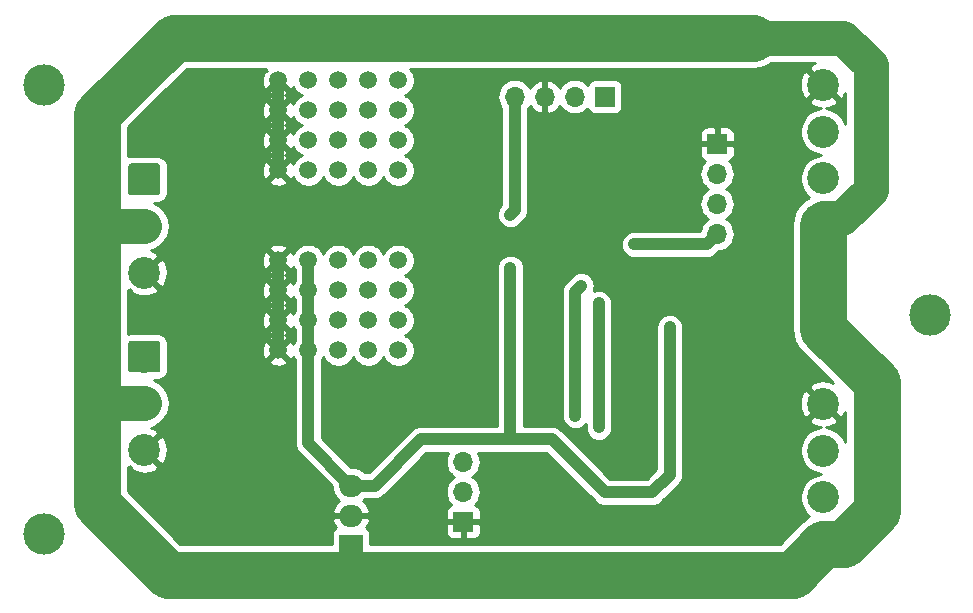
<source format=gbr>
G04 #@! TF.GenerationSoftware,KiCad,Pcbnew,(5.1.4)-1*
G04 #@! TF.CreationDate,2020-01-17T23:34:28+09:00*
G04 #@! TF.ProjectId,QX20CTRLV1,51583230-4354-4524-9c56-312e6b696361,rev?*
G04 #@! TF.SameCoordinates,Original*
G04 #@! TF.FileFunction,Copper,L2,Bot*
G04 #@! TF.FilePolarity,Positive*
%FSLAX46Y46*%
G04 Gerber Fmt 4.6, Leading zero omitted, Abs format (unit mm)*
G04 Created by KiCad (PCBNEW (5.1.4)-1) date 2020-01-17 23:34:28*
%MOMM*%
%LPD*%
G04 APERTURE LIST*
%ADD10C,1.500000*%
%ADD11O,1.700000X1.700000*%
%ADD12R,1.700000X1.700000*%
%ADD13R,2.000000X1.905000*%
%ADD14O,2.000000X1.905000*%
%ADD15C,0.100000*%
%ADD16C,2.700000*%
%ADD17C,3.500000*%
%ADD18C,0.800000*%
%ADD19C,1.000000*%
%ADD20C,4.000000*%
%ADD21C,3.000000*%
%ADD22C,0.254000*%
G04 APERTURE END LIST*
D10*
X96840000Y-64600000D03*
X96840000Y-67140000D03*
X96840000Y-69680000D03*
X107000000Y-64600000D03*
X104460000Y-64600000D03*
X101920000Y-64600000D03*
X99380000Y-64600000D03*
X107000000Y-67140000D03*
X104460000Y-67140000D03*
X101920000Y-67140000D03*
X99380000Y-67140000D03*
X107000000Y-69680000D03*
X104460000Y-69680000D03*
X101920000Y-69680000D03*
X99380000Y-69680000D03*
X107000000Y-72220000D03*
X104460000Y-72220000D03*
X101920000Y-72220000D03*
X99380000Y-72220000D03*
X96840000Y-72220000D03*
X96840000Y-79840000D03*
X99380000Y-79840000D03*
X101920000Y-79840000D03*
X104460000Y-79840000D03*
X107000000Y-79840000D03*
X96840000Y-82380000D03*
X99380000Y-82380000D03*
X101920000Y-82380000D03*
X104460000Y-82380000D03*
X107000000Y-82380000D03*
X96840000Y-84920000D03*
X99380000Y-84920000D03*
X101920000Y-84920000D03*
X104460000Y-84920000D03*
X107000000Y-84920000D03*
X96840000Y-87460000D03*
X99380000Y-87460000D03*
X101920000Y-87460000D03*
X104460000Y-87460000D03*
X107000000Y-87460000D03*
D11*
X134000000Y-77620000D03*
X134000000Y-75080000D03*
X134000000Y-72540000D03*
D12*
X134000000Y-70000000D03*
D13*
X103000000Y-104000000D03*
D14*
X103000000Y-101460000D03*
X103000000Y-98920000D03*
D15*
G36*
X144124503Y-75531204D02*
G01*
X144148772Y-75534804D01*
X144172570Y-75540765D01*
X144195670Y-75549030D01*
X144217849Y-75559520D01*
X144238892Y-75572133D01*
X144258598Y-75586748D01*
X144276776Y-75603224D01*
X144293252Y-75621402D01*
X144307867Y-75641108D01*
X144320480Y-75662151D01*
X144330970Y-75684330D01*
X144339235Y-75707430D01*
X144345196Y-75731228D01*
X144348796Y-75755497D01*
X144350000Y-75780001D01*
X144350000Y-77979999D01*
X144348796Y-78004503D01*
X144345196Y-78028772D01*
X144339235Y-78052570D01*
X144330970Y-78075670D01*
X144320480Y-78097849D01*
X144307867Y-78118892D01*
X144293252Y-78138598D01*
X144276776Y-78156776D01*
X144258598Y-78173252D01*
X144238892Y-78187867D01*
X144217849Y-78200480D01*
X144195670Y-78210970D01*
X144172570Y-78219235D01*
X144148772Y-78225196D01*
X144124503Y-78228796D01*
X144099999Y-78230000D01*
X141900001Y-78230000D01*
X141875497Y-78228796D01*
X141851228Y-78225196D01*
X141827430Y-78219235D01*
X141804330Y-78210970D01*
X141782151Y-78200480D01*
X141761108Y-78187867D01*
X141741402Y-78173252D01*
X141723224Y-78156776D01*
X141706748Y-78138598D01*
X141692133Y-78118892D01*
X141679520Y-78097849D01*
X141669030Y-78075670D01*
X141660765Y-78052570D01*
X141654804Y-78028772D01*
X141651204Y-78004503D01*
X141650000Y-77979999D01*
X141650000Y-75780001D01*
X141651204Y-75755497D01*
X141654804Y-75731228D01*
X141660765Y-75707430D01*
X141669030Y-75684330D01*
X141679520Y-75662151D01*
X141692133Y-75641108D01*
X141706748Y-75621402D01*
X141723224Y-75603224D01*
X141741402Y-75586748D01*
X141761108Y-75572133D01*
X141782151Y-75559520D01*
X141804330Y-75549030D01*
X141827430Y-75540765D01*
X141851228Y-75534804D01*
X141875497Y-75531204D01*
X141900001Y-75530000D01*
X144099999Y-75530000D01*
X144124503Y-75531204D01*
X144124503Y-75531204D01*
G37*
D16*
X143000000Y-76880000D03*
X143000000Y-72920000D03*
X143000000Y-68960000D03*
X143000000Y-65000000D03*
D17*
X152000000Y-84500000D03*
X77000000Y-103000000D03*
X77000000Y-65000000D03*
D16*
X143000000Y-92000000D03*
X143000000Y-95960000D03*
X143000000Y-99920000D03*
D15*
G36*
X144124503Y-102531204D02*
G01*
X144148772Y-102534804D01*
X144172570Y-102540765D01*
X144195670Y-102549030D01*
X144217849Y-102559520D01*
X144238892Y-102572133D01*
X144258598Y-102586748D01*
X144276776Y-102603224D01*
X144293252Y-102621402D01*
X144307867Y-102641108D01*
X144320480Y-102662151D01*
X144330970Y-102684330D01*
X144339235Y-102707430D01*
X144345196Y-102731228D01*
X144348796Y-102755497D01*
X144350000Y-102780001D01*
X144350000Y-104979999D01*
X144348796Y-105004503D01*
X144345196Y-105028772D01*
X144339235Y-105052570D01*
X144330970Y-105075670D01*
X144320480Y-105097849D01*
X144307867Y-105118892D01*
X144293252Y-105138598D01*
X144276776Y-105156776D01*
X144258598Y-105173252D01*
X144238892Y-105187867D01*
X144217849Y-105200480D01*
X144195670Y-105210970D01*
X144172570Y-105219235D01*
X144148772Y-105225196D01*
X144124503Y-105228796D01*
X144099999Y-105230000D01*
X141900001Y-105230000D01*
X141875497Y-105228796D01*
X141851228Y-105225196D01*
X141827430Y-105219235D01*
X141804330Y-105210970D01*
X141782151Y-105200480D01*
X141761108Y-105187867D01*
X141741402Y-105173252D01*
X141723224Y-105156776D01*
X141706748Y-105138598D01*
X141692133Y-105118892D01*
X141679520Y-105097849D01*
X141669030Y-105075670D01*
X141660765Y-105052570D01*
X141654804Y-105028772D01*
X141651204Y-105004503D01*
X141650000Y-104979999D01*
X141650000Y-102780001D01*
X141651204Y-102755497D01*
X141654804Y-102731228D01*
X141660765Y-102707430D01*
X141669030Y-102684330D01*
X141679520Y-102662151D01*
X141692133Y-102641108D01*
X141706748Y-102621402D01*
X141723224Y-102603224D01*
X141741402Y-102586748D01*
X141761108Y-102572133D01*
X141782151Y-102559520D01*
X141804330Y-102549030D01*
X141827430Y-102540765D01*
X141851228Y-102534804D01*
X141875497Y-102531204D01*
X141900001Y-102530000D01*
X144099999Y-102530000D01*
X144124503Y-102531204D01*
X144124503Y-102531204D01*
G37*
D16*
X143000000Y-103880000D03*
X85500000Y-80920000D03*
X85500000Y-76960000D03*
D15*
G36*
X86624503Y-71651204D02*
G01*
X86648772Y-71654804D01*
X86672570Y-71660765D01*
X86695670Y-71669030D01*
X86717849Y-71679520D01*
X86738892Y-71692133D01*
X86758598Y-71706748D01*
X86776776Y-71723224D01*
X86793252Y-71741402D01*
X86807867Y-71761108D01*
X86820480Y-71782151D01*
X86830970Y-71804330D01*
X86839235Y-71827430D01*
X86845196Y-71851228D01*
X86848796Y-71875497D01*
X86850000Y-71900001D01*
X86850000Y-74099999D01*
X86848796Y-74124503D01*
X86845196Y-74148772D01*
X86839235Y-74172570D01*
X86830970Y-74195670D01*
X86820480Y-74217849D01*
X86807867Y-74238892D01*
X86793252Y-74258598D01*
X86776776Y-74276776D01*
X86758598Y-74293252D01*
X86738892Y-74307867D01*
X86717849Y-74320480D01*
X86695670Y-74330970D01*
X86672570Y-74339235D01*
X86648772Y-74345196D01*
X86624503Y-74348796D01*
X86599999Y-74350000D01*
X84400001Y-74350000D01*
X84375497Y-74348796D01*
X84351228Y-74345196D01*
X84327430Y-74339235D01*
X84304330Y-74330970D01*
X84282151Y-74320480D01*
X84261108Y-74307867D01*
X84241402Y-74293252D01*
X84223224Y-74276776D01*
X84206748Y-74258598D01*
X84192133Y-74238892D01*
X84179520Y-74217849D01*
X84169030Y-74195670D01*
X84160765Y-74172570D01*
X84154804Y-74148772D01*
X84151204Y-74124503D01*
X84150000Y-74099999D01*
X84150000Y-71900001D01*
X84151204Y-71875497D01*
X84154804Y-71851228D01*
X84160765Y-71827430D01*
X84169030Y-71804330D01*
X84179520Y-71782151D01*
X84192133Y-71761108D01*
X84206748Y-71741402D01*
X84223224Y-71723224D01*
X84241402Y-71706748D01*
X84261108Y-71692133D01*
X84282151Y-71679520D01*
X84304330Y-71669030D01*
X84327430Y-71660765D01*
X84351228Y-71654804D01*
X84375497Y-71651204D01*
X84400001Y-71650000D01*
X86599999Y-71650000D01*
X86624503Y-71651204D01*
X86624503Y-71651204D01*
G37*
D16*
X85500000Y-73000000D03*
D15*
G36*
X86624503Y-86651204D02*
G01*
X86648772Y-86654804D01*
X86672570Y-86660765D01*
X86695670Y-86669030D01*
X86717849Y-86679520D01*
X86738892Y-86692133D01*
X86758598Y-86706748D01*
X86776776Y-86723224D01*
X86793252Y-86741402D01*
X86807867Y-86761108D01*
X86820480Y-86782151D01*
X86830970Y-86804330D01*
X86839235Y-86827430D01*
X86845196Y-86851228D01*
X86848796Y-86875497D01*
X86850000Y-86900001D01*
X86850000Y-89099999D01*
X86848796Y-89124503D01*
X86845196Y-89148772D01*
X86839235Y-89172570D01*
X86830970Y-89195670D01*
X86820480Y-89217849D01*
X86807867Y-89238892D01*
X86793252Y-89258598D01*
X86776776Y-89276776D01*
X86758598Y-89293252D01*
X86738892Y-89307867D01*
X86717849Y-89320480D01*
X86695670Y-89330970D01*
X86672570Y-89339235D01*
X86648772Y-89345196D01*
X86624503Y-89348796D01*
X86599999Y-89350000D01*
X84400001Y-89350000D01*
X84375497Y-89348796D01*
X84351228Y-89345196D01*
X84327430Y-89339235D01*
X84304330Y-89330970D01*
X84282151Y-89320480D01*
X84261108Y-89307867D01*
X84241402Y-89293252D01*
X84223224Y-89276776D01*
X84206748Y-89258598D01*
X84192133Y-89238892D01*
X84179520Y-89217849D01*
X84169030Y-89195670D01*
X84160765Y-89172570D01*
X84154804Y-89148772D01*
X84151204Y-89124503D01*
X84150000Y-89099999D01*
X84150000Y-86900001D01*
X84151204Y-86875497D01*
X84154804Y-86851228D01*
X84160765Y-86827430D01*
X84169030Y-86804330D01*
X84179520Y-86782151D01*
X84192133Y-86761108D01*
X84206748Y-86741402D01*
X84223224Y-86723224D01*
X84241402Y-86706748D01*
X84261108Y-86692133D01*
X84282151Y-86679520D01*
X84304330Y-86669030D01*
X84327430Y-86660765D01*
X84351228Y-86654804D01*
X84375497Y-86651204D01*
X84400001Y-86650000D01*
X86599999Y-86650000D01*
X86624503Y-86651204D01*
X86624503Y-86651204D01*
G37*
D16*
X85500000Y-88000000D03*
X85500000Y-91960000D03*
X85500000Y-95920000D03*
D12*
X112500000Y-102000000D03*
D11*
X112500000Y-99460000D03*
X112500000Y-96920000D03*
D12*
X124500000Y-66000000D03*
D11*
X121960000Y-66000000D03*
X119420000Y-66000000D03*
X116880000Y-66000000D03*
D18*
X116500000Y-76000000D03*
X124500000Y-99500000D03*
X116500000Y-80500000D03*
X130000000Y-85500000D03*
X140000000Y-98000000D03*
X119000000Y-76000000D03*
X126000000Y-87000000D03*
X127000000Y-94000000D03*
X127000000Y-78500000D03*
X122000000Y-93000000D03*
X122500000Y-82000000D03*
X124000000Y-94000000D03*
X124000000Y-83500000D03*
D19*
X99380000Y-79840000D02*
X99380000Y-87460000D01*
X116880000Y-75620000D02*
X116500000Y-76000000D01*
X116880000Y-66000000D02*
X116880000Y-75620000D01*
X105000000Y-98920000D02*
X103000000Y-98920000D01*
X108920000Y-95000000D02*
X105000000Y-98920000D01*
X116500000Y-95000000D02*
X108920000Y-95000000D01*
X116500000Y-95000000D02*
X120000000Y-95000000D01*
X120000000Y-95000000D02*
X124500000Y-99500000D01*
X128500000Y-99500000D02*
X124500000Y-99500000D01*
X116500000Y-80500000D02*
X116500000Y-95000000D01*
X102952500Y-98920000D02*
X103000000Y-98920000D01*
X99380000Y-95347500D02*
X102952500Y-98920000D01*
X99380000Y-87460000D02*
X99380000Y-95347500D01*
X130000000Y-98000000D02*
X128500000Y-99500000D01*
X130000000Y-85500000D02*
X130000000Y-98000000D01*
X96840000Y-64600000D02*
X96840000Y-72220000D01*
X96840000Y-79840000D02*
X96840000Y-87460000D01*
D20*
X147500010Y-90136034D02*
X147500010Y-101117992D01*
X143000000Y-85636024D02*
X147500010Y-90136034D01*
X143000000Y-76880000D02*
X143000000Y-85636024D01*
X144738002Y-103880000D02*
X143000000Y-103880000D01*
X147500010Y-101117992D02*
X144738002Y-103880000D01*
X140405010Y-106474990D02*
X143000000Y-103880000D01*
D19*
X103522490Y-106474990D02*
X103525010Y-106474990D01*
X103000000Y-105952500D02*
X103522490Y-106474990D01*
X103000000Y-104000000D02*
X103000000Y-105952500D01*
D20*
X103525010Y-106474990D02*
X140405010Y-106474990D01*
D21*
X143000000Y-76880000D02*
X143000000Y-76270001D01*
X147000010Y-73877992D02*
X147000010Y-63343142D01*
X143000000Y-76270001D02*
X144608001Y-76270001D01*
X144608001Y-76270001D02*
X147000010Y-73877992D01*
X144828434Y-61171566D02*
X144656868Y-61000000D01*
X147000010Y-63343142D02*
X144828434Y-61171566D01*
X144656868Y-61000000D02*
X137000000Y-61000000D01*
D20*
X87474990Y-106474990D02*
X103525010Y-106474990D01*
X81499990Y-100499990D02*
X87474990Y-106474990D01*
D21*
X81960000Y-91960000D02*
X81499990Y-91499990D01*
X85500000Y-91960000D02*
X81960000Y-91960000D01*
D20*
X81499990Y-91499990D02*
X81499990Y-100499990D01*
D21*
X82039980Y-76960000D02*
X81499990Y-77499990D01*
X85500000Y-76960000D02*
X82039980Y-76960000D01*
D20*
X81499990Y-77499990D02*
X81499990Y-91499990D01*
X92410898Y-61000000D02*
X137000000Y-61000000D01*
X88000000Y-61000000D02*
X92410898Y-61000000D01*
X81499990Y-77499990D02*
X81499990Y-67500010D01*
X81499990Y-67500010D02*
X88000000Y-61000000D01*
D19*
X133120000Y-78500000D02*
X134000000Y-77620000D01*
X127000000Y-78500000D02*
X133120000Y-78500000D01*
X122000000Y-93000000D02*
X122000000Y-84045807D01*
X122000000Y-84045807D02*
X122000000Y-82500000D01*
X122000000Y-82500000D02*
X122500000Y-82000000D01*
X124000000Y-94000000D02*
X124000000Y-83500000D01*
D22*
G36*
X142191884Y-63176432D02*
G01*
X141932724Y-63314956D01*
X141794767Y-63615162D01*
X143000000Y-64820395D01*
X143014143Y-64806253D01*
X143193748Y-64985858D01*
X143179605Y-65000000D01*
X144384838Y-66205233D01*
X144685044Y-66067276D01*
X144860882Y-65718033D01*
X144865011Y-65703119D01*
X144865011Y-68275478D01*
X144759085Y-68019750D01*
X144541851Y-67694636D01*
X144265364Y-67418149D01*
X143940250Y-67200915D01*
X143579003Y-67051282D01*
X143198373Y-66975570D01*
X143436828Y-66946184D01*
X143808116Y-66823568D01*
X144067276Y-66685044D01*
X144205233Y-66384838D01*
X143000000Y-65179605D01*
X141794767Y-66384838D01*
X141932724Y-66685044D01*
X142281967Y-66860882D01*
X142658804Y-66965207D01*
X142800947Y-66975706D01*
X142420997Y-67051282D01*
X142059750Y-67200915D01*
X141734636Y-67418149D01*
X141458149Y-67694636D01*
X141240915Y-68019750D01*
X141091282Y-68380997D01*
X141015000Y-68764495D01*
X141015000Y-69155505D01*
X141091282Y-69539003D01*
X141240915Y-69900250D01*
X141458149Y-70225364D01*
X141734636Y-70501851D01*
X142059750Y-70719085D01*
X142420997Y-70868718D01*
X142779358Y-70940000D01*
X142420997Y-71011282D01*
X142059750Y-71160915D01*
X141734636Y-71378149D01*
X141458149Y-71654636D01*
X141240915Y-71979750D01*
X141091282Y-72340997D01*
X141015000Y-72724495D01*
X141015000Y-73115505D01*
X141091282Y-73499003D01*
X141240915Y-73860250D01*
X141458149Y-74185364D01*
X141734636Y-74461851D01*
X141791511Y-74499854D01*
X141657666Y-74609698D01*
X141528989Y-74678477D01*
X141127759Y-75007759D01*
X140798477Y-75408990D01*
X140553799Y-75866751D01*
X140403127Y-76363451D01*
X140365000Y-76750559D01*
X140365001Y-85506580D01*
X140352252Y-85636024D01*
X140403127Y-86152573D01*
X140553799Y-86649273D01*
X140595210Y-86726747D01*
X140798478Y-87107035D01*
X141127760Y-87508265D01*
X141228302Y-87590778D01*
X143836072Y-90198549D01*
X143718033Y-90139118D01*
X143341196Y-90034793D01*
X142951247Y-90005991D01*
X142563172Y-90053816D01*
X142191884Y-90176432D01*
X141932724Y-90314956D01*
X141794767Y-90615162D01*
X143000000Y-91820395D01*
X143014143Y-91806253D01*
X143193748Y-91985858D01*
X143179605Y-92000000D01*
X144384838Y-93205233D01*
X144685044Y-93067276D01*
X144860882Y-92718033D01*
X144865010Y-92703121D01*
X144865010Y-95275477D01*
X144759085Y-95019750D01*
X144541851Y-94694636D01*
X144265364Y-94418149D01*
X143940250Y-94200915D01*
X143579003Y-94051282D01*
X143198373Y-93975570D01*
X143436828Y-93946184D01*
X143808116Y-93823568D01*
X144067276Y-93685044D01*
X144205233Y-93384838D01*
X143000000Y-92179605D01*
X141794767Y-93384838D01*
X141932724Y-93685044D01*
X142281967Y-93860882D01*
X142658804Y-93965207D01*
X142800947Y-93975706D01*
X142420997Y-94051282D01*
X142059750Y-94200915D01*
X141734636Y-94418149D01*
X141458149Y-94694636D01*
X141240915Y-95019750D01*
X141091282Y-95380997D01*
X141015000Y-95764495D01*
X141015000Y-96155505D01*
X141091282Y-96539003D01*
X141240915Y-96900250D01*
X141458149Y-97225364D01*
X141734636Y-97501851D01*
X142059750Y-97719085D01*
X142420997Y-97868718D01*
X142779358Y-97940000D01*
X142420997Y-98011282D01*
X142059750Y-98160915D01*
X141734636Y-98378149D01*
X141458149Y-98654636D01*
X141240915Y-98979750D01*
X141091282Y-99340997D01*
X141015000Y-99724495D01*
X141015000Y-100115505D01*
X141091282Y-100499003D01*
X141240915Y-100860250D01*
X141458149Y-101185364D01*
X141734636Y-101461851D01*
X141823359Y-101521133D01*
X141528989Y-101678477D01*
X141340727Y-101832980D01*
X141248107Y-101908992D01*
X141127759Y-102007759D01*
X141045246Y-102108301D01*
X139313558Y-103839990D01*
X104638072Y-103839990D01*
X104638072Y-103047500D01*
X104625812Y-102923018D01*
X104603663Y-102850000D01*
X111011928Y-102850000D01*
X111024188Y-102974482D01*
X111060498Y-103094180D01*
X111119463Y-103204494D01*
X111198815Y-103301185D01*
X111295506Y-103380537D01*
X111405820Y-103439502D01*
X111525518Y-103475812D01*
X111650000Y-103488072D01*
X112214250Y-103485000D01*
X112373000Y-103326250D01*
X112373000Y-102127000D01*
X112627000Y-102127000D01*
X112627000Y-103326250D01*
X112785750Y-103485000D01*
X113350000Y-103488072D01*
X113474482Y-103475812D01*
X113594180Y-103439502D01*
X113704494Y-103380537D01*
X113801185Y-103301185D01*
X113880537Y-103204494D01*
X113939502Y-103094180D01*
X113975812Y-102974482D01*
X113988072Y-102850000D01*
X113985000Y-102285750D01*
X113826250Y-102127000D01*
X112627000Y-102127000D01*
X112373000Y-102127000D01*
X111173750Y-102127000D01*
X111015000Y-102285750D01*
X111011928Y-102850000D01*
X104603663Y-102850000D01*
X104589502Y-102803320D01*
X104530537Y-102693006D01*
X104451185Y-102596315D01*
X104354494Y-102516963D01*
X104262781Y-102467941D01*
X104375969Y-102326923D01*
X104519571Y-102051094D01*
X104590563Y-101832980D01*
X104470594Y-101587000D01*
X103127000Y-101587000D01*
X103127000Y-101607000D01*
X102873000Y-101607000D01*
X102873000Y-101587000D01*
X101529406Y-101587000D01*
X101409437Y-101832980D01*
X101480429Y-102051094D01*
X101624031Y-102326923D01*
X101737219Y-102467941D01*
X101645506Y-102516963D01*
X101548815Y-102596315D01*
X101469463Y-102693006D01*
X101410498Y-102803320D01*
X101374188Y-102923018D01*
X101361928Y-103047500D01*
X101361928Y-103839990D01*
X88566443Y-103839990D01*
X84134990Y-99408538D01*
X84134990Y-97374918D01*
X84179840Y-97419768D01*
X84294768Y-97304840D01*
X84432724Y-97605044D01*
X84781967Y-97780882D01*
X85158804Y-97885207D01*
X85548753Y-97914009D01*
X85936828Y-97866184D01*
X86308116Y-97743568D01*
X86567276Y-97605044D01*
X86705233Y-97304838D01*
X85500000Y-96099605D01*
X85485858Y-96113748D01*
X85306253Y-95934143D01*
X85320395Y-95920000D01*
X85679605Y-95920000D01*
X86884838Y-97125233D01*
X87185044Y-96987276D01*
X87360882Y-96638033D01*
X87465207Y-96261196D01*
X87494009Y-95871247D01*
X87446184Y-95483172D01*
X87323568Y-95111884D01*
X87185044Y-94852724D01*
X86884838Y-94714767D01*
X85679605Y-95920000D01*
X85320395Y-95920000D01*
X85306253Y-95905858D01*
X85485858Y-95726253D01*
X85500000Y-95740395D01*
X86705233Y-94535162D01*
X86567276Y-94234956D01*
X86218033Y-94059118D01*
X86070043Y-94018148D01*
X86320982Y-93942026D01*
X86691881Y-93743777D01*
X87016977Y-93476977D01*
X87283777Y-93151881D01*
X87482026Y-92780982D01*
X87604108Y-92378533D01*
X87645330Y-91960000D01*
X87604108Y-91541467D01*
X87482026Y-91139018D01*
X87283777Y-90768119D01*
X87016977Y-90443023D01*
X86691881Y-90176223D01*
X86339874Y-89988072D01*
X86599999Y-89988072D01*
X86773253Y-89971008D01*
X86939850Y-89920471D01*
X87093386Y-89838405D01*
X87227961Y-89727961D01*
X87338405Y-89593386D01*
X87420471Y-89439850D01*
X87471008Y-89273253D01*
X87488072Y-89099999D01*
X87488072Y-88416993D01*
X96062612Y-88416993D01*
X96128137Y-88655860D01*
X96375116Y-88771760D01*
X96639960Y-88837250D01*
X96912492Y-88849812D01*
X97182238Y-88808965D01*
X97438832Y-88716277D01*
X97551863Y-88655860D01*
X97617388Y-88416993D01*
X96840000Y-87639605D01*
X96062612Y-88416993D01*
X87488072Y-88416993D01*
X87488072Y-87532492D01*
X95450188Y-87532492D01*
X95491035Y-87802238D01*
X95583723Y-88058832D01*
X95644140Y-88171863D01*
X95883007Y-88237388D01*
X96660395Y-87460000D01*
X95883007Y-86682612D01*
X95644140Y-86748137D01*
X95528240Y-86995116D01*
X95462750Y-87259960D01*
X95450188Y-87532492D01*
X87488072Y-87532492D01*
X87488072Y-86900001D01*
X87471008Y-86726747D01*
X87420471Y-86560150D01*
X87338405Y-86406614D01*
X87227961Y-86272039D01*
X87093386Y-86161595D01*
X86939850Y-86079529D01*
X86773253Y-86028992D01*
X86599999Y-86011928D01*
X84400001Y-86011928D01*
X84226747Y-86028992D01*
X84134990Y-86056826D01*
X84134990Y-85876993D01*
X96062612Y-85876993D01*
X96128137Y-86115860D01*
X96283096Y-86188578D01*
X96241168Y-86203723D01*
X96128137Y-86264140D01*
X96062612Y-86503007D01*
X96840000Y-87280395D01*
X97617388Y-86503007D01*
X97551863Y-86264140D01*
X97396904Y-86191422D01*
X97438832Y-86176277D01*
X97551863Y-86115860D01*
X97617388Y-85876993D01*
X96840000Y-85099605D01*
X96062612Y-85876993D01*
X84134990Y-85876993D01*
X84134990Y-84992492D01*
X95450188Y-84992492D01*
X95491035Y-85262238D01*
X95583723Y-85518832D01*
X95644140Y-85631863D01*
X95883007Y-85697388D01*
X96660395Y-84920000D01*
X95883007Y-84142612D01*
X95644140Y-84208137D01*
X95528240Y-84455116D01*
X95462750Y-84719960D01*
X95450188Y-84992492D01*
X84134990Y-84992492D01*
X84134990Y-83336993D01*
X96062612Y-83336993D01*
X96128137Y-83575860D01*
X96283096Y-83648578D01*
X96241168Y-83663723D01*
X96128137Y-83724140D01*
X96062612Y-83963007D01*
X96840000Y-84740395D01*
X97617388Y-83963007D01*
X97551863Y-83724140D01*
X97396904Y-83651422D01*
X97438832Y-83636277D01*
X97551863Y-83575860D01*
X97617388Y-83336993D01*
X96840000Y-82559605D01*
X96062612Y-83336993D01*
X84134990Y-83336993D01*
X84134990Y-82374918D01*
X84179840Y-82419768D01*
X84294768Y-82304840D01*
X84432724Y-82605044D01*
X84781967Y-82780882D01*
X85158804Y-82885207D01*
X85548753Y-82914009D01*
X85936828Y-82866184D01*
X86308116Y-82743568D01*
X86567276Y-82605044D01*
X86637379Y-82452492D01*
X95450188Y-82452492D01*
X95491035Y-82722238D01*
X95583723Y-82978832D01*
X95644140Y-83091863D01*
X95883007Y-83157388D01*
X96660395Y-82380000D01*
X95883007Y-81602612D01*
X95644140Y-81668137D01*
X95528240Y-81915116D01*
X95462750Y-82179960D01*
X95450188Y-82452492D01*
X86637379Y-82452492D01*
X86705233Y-82304838D01*
X85500000Y-81099605D01*
X85485858Y-81113748D01*
X85306253Y-80934143D01*
X85320395Y-80920000D01*
X85679605Y-80920000D01*
X86884838Y-82125233D01*
X87185044Y-81987276D01*
X87360882Y-81638033D01*
X87465207Y-81261196D01*
X87494009Y-80871247D01*
X87484859Y-80796993D01*
X96062612Y-80796993D01*
X96128137Y-81035860D01*
X96283096Y-81108578D01*
X96241168Y-81123723D01*
X96128137Y-81184140D01*
X96062612Y-81423007D01*
X96840000Y-82200395D01*
X97617388Y-81423007D01*
X97551863Y-81184140D01*
X97396904Y-81111422D01*
X97438832Y-81096277D01*
X97551863Y-81035860D01*
X97617388Y-80796993D01*
X96840000Y-80019605D01*
X96062612Y-80796993D01*
X87484859Y-80796993D01*
X87446184Y-80483172D01*
X87323568Y-80111884D01*
X87216991Y-79912492D01*
X95450188Y-79912492D01*
X95491035Y-80182238D01*
X95583723Y-80438832D01*
X95644140Y-80551863D01*
X95883007Y-80617388D01*
X96660395Y-79840000D01*
X97019605Y-79840000D01*
X97796993Y-80617388D01*
X98035860Y-80551863D01*
X98110164Y-80393523D01*
X98152629Y-80496043D01*
X98245000Y-80634286D01*
X98245000Y-81585714D01*
X98152629Y-81723957D01*
X98111489Y-81823279D01*
X98096277Y-81781168D01*
X98035860Y-81668137D01*
X97796993Y-81602612D01*
X97019605Y-82380000D01*
X97796993Y-83157388D01*
X98035860Y-83091863D01*
X98110164Y-82933523D01*
X98152629Y-83036043D01*
X98245000Y-83174286D01*
X98245001Y-84125714D01*
X98152629Y-84263957D01*
X98111489Y-84363279D01*
X98096277Y-84321168D01*
X98035860Y-84208137D01*
X97796993Y-84142612D01*
X97019605Y-84920000D01*
X97796993Y-85697388D01*
X98035860Y-85631863D01*
X98110164Y-85473523D01*
X98152629Y-85576043D01*
X98245001Y-85714287D01*
X98245001Y-86665713D01*
X98152629Y-86803957D01*
X98111489Y-86903279D01*
X98096277Y-86861168D01*
X98035860Y-86748137D01*
X97796993Y-86682612D01*
X97019605Y-87460000D01*
X97796993Y-88237388D01*
X98035860Y-88171863D01*
X98110164Y-88013523D01*
X98152629Y-88116043D01*
X98245000Y-88254286D01*
X98245001Y-95291739D01*
X98239509Y-95347500D01*
X98261423Y-95569998D01*
X98326324Y-95783946D01*
X98326325Y-95783947D01*
X98431717Y-95981123D01*
X98573552Y-96153949D01*
X98616860Y-96189491D01*
X101358406Y-98931038D01*
X101387970Y-99231204D01*
X101478745Y-99530449D01*
X101626155Y-99806235D01*
X101824537Y-100047963D01*
X102003899Y-100195163D01*
X101818685Y-100350563D01*
X101624031Y-100593077D01*
X101480429Y-100868906D01*
X101409437Y-101087020D01*
X101529406Y-101333000D01*
X102873000Y-101333000D01*
X102873000Y-101313000D01*
X103127000Y-101313000D01*
X103127000Y-101333000D01*
X104470594Y-101333000D01*
X104590563Y-101087020D01*
X104519571Y-100868906D01*
X104375969Y-100593077D01*
X104181315Y-100350563D01*
X103996101Y-100195163D01*
X104166888Y-100055000D01*
X104944249Y-100055000D01*
X105000000Y-100060491D01*
X105055751Y-100055000D01*
X105055752Y-100055000D01*
X105222499Y-100038577D01*
X105436447Y-99973676D01*
X105633623Y-99868284D01*
X105806449Y-99726449D01*
X105841996Y-99683135D01*
X109390132Y-96135000D01*
X111235768Y-96135000D01*
X111121401Y-96348966D01*
X111036487Y-96628889D01*
X111007815Y-96920000D01*
X111036487Y-97211111D01*
X111121401Y-97491034D01*
X111259294Y-97749014D01*
X111444866Y-97975134D01*
X111670986Y-98160706D01*
X111725791Y-98190000D01*
X111670986Y-98219294D01*
X111444866Y-98404866D01*
X111259294Y-98630986D01*
X111121401Y-98888966D01*
X111036487Y-99168889D01*
X111007815Y-99460000D01*
X111036487Y-99751111D01*
X111121401Y-100031034D01*
X111259294Y-100289014D01*
X111444866Y-100515134D01*
X111474687Y-100539607D01*
X111405820Y-100560498D01*
X111295506Y-100619463D01*
X111198815Y-100698815D01*
X111119463Y-100795506D01*
X111060498Y-100905820D01*
X111024188Y-101025518D01*
X111011928Y-101150000D01*
X111015000Y-101714250D01*
X111173750Y-101873000D01*
X112373000Y-101873000D01*
X112373000Y-101853000D01*
X112627000Y-101853000D01*
X112627000Y-101873000D01*
X113826250Y-101873000D01*
X113985000Y-101714250D01*
X113988072Y-101150000D01*
X113975812Y-101025518D01*
X113939502Y-100905820D01*
X113880537Y-100795506D01*
X113801185Y-100698815D01*
X113704494Y-100619463D01*
X113594180Y-100560498D01*
X113525313Y-100539607D01*
X113555134Y-100515134D01*
X113740706Y-100289014D01*
X113878599Y-100031034D01*
X113963513Y-99751111D01*
X113992185Y-99460000D01*
X113963513Y-99168889D01*
X113878599Y-98888966D01*
X113740706Y-98630986D01*
X113555134Y-98404866D01*
X113329014Y-98219294D01*
X113274209Y-98190000D01*
X113329014Y-98160706D01*
X113555134Y-97975134D01*
X113740706Y-97749014D01*
X113878599Y-97491034D01*
X113963513Y-97211111D01*
X113992185Y-96920000D01*
X113963513Y-96628889D01*
X113878599Y-96348966D01*
X113764232Y-96135000D01*
X116444249Y-96135000D01*
X116500000Y-96140491D01*
X116555752Y-96135000D01*
X119529869Y-96135000D01*
X123658009Y-100263141D01*
X123693551Y-100306449D01*
X123866377Y-100448284D01*
X124063553Y-100553676D01*
X124277501Y-100618577D01*
X124499999Y-100640491D01*
X124555751Y-100635000D01*
X128444249Y-100635000D01*
X128500000Y-100640491D01*
X128555751Y-100635000D01*
X128555752Y-100635000D01*
X128722499Y-100618577D01*
X128936447Y-100553676D01*
X129133623Y-100448284D01*
X129306449Y-100306449D01*
X129341996Y-100263135D01*
X130763140Y-98841992D01*
X130806449Y-98806449D01*
X130948284Y-98633623D01*
X131053676Y-98436447D01*
X131118577Y-98222499D01*
X131135000Y-98055752D01*
X131135000Y-98055743D01*
X131140490Y-98000001D01*
X131135000Y-97944259D01*
X131135000Y-92048753D01*
X141005991Y-92048753D01*
X141053816Y-92436828D01*
X141176432Y-92808116D01*
X141314956Y-93067276D01*
X141615162Y-93205233D01*
X142820395Y-92000000D01*
X141615162Y-90794767D01*
X141314956Y-90932724D01*
X141139118Y-91281967D01*
X141034793Y-91658804D01*
X141005991Y-92048753D01*
X131135000Y-92048753D01*
X131135000Y-85444248D01*
X131118577Y-85277501D01*
X131053676Y-85063553D01*
X130948284Y-84866377D01*
X130806449Y-84693551D01*
X130633623Y-84551716D01*
X130436446Y-84446324D01*
X130222498Y-84381423D01*
X130000000Y-84359509D01*
X129777501Y-84381423D01*
X129563553Y-84446324D01*
X129366377Y-84551716D01*
X129193551Y-84693551D01*
X129051716Y-84866377D01*
X128946324Y-85063554D01*
X128881423Y-85277502D01*
X128865000Y-85444249D01*
X128865001Y-97529867D01*
X128029869Y-98365000D01*
X124970132Y-98365000D01*
X120841996Y-94236865D01*
X120806449Y-94193551D01*
X120633623Y-94051716D01*
X120436447Y-93946324D01*
X120222499Y-93881423D01*
X120055752Y-93865000D01*
X120055751Y-93865000D01*
X120000000Y-93859509D01*
X119944249Y-93865000D01*
X117635000Y-93865000D01*
X117635000Y-82500000D01*
X120859509Y-82500000D01*
X120865000Y-82555751D01*
X120865000Y-84101558D01*
X120865001Y-84101568D01*
X120865000Y-93055751D01*
X120881423Y-93222498D01*
X120946324Y-93436446D01*
X121051716Y-93633623D01*
X121193551Y-93806449D01*
X121366377Y-93948284D01*
X121563553Y-94053676D01*
X121777501Y-94118577D01*
X122000000Y-94140491D01*
X122222498Y-94118577D01*
X122436446Y-94053676D01*
X122633623Y-93948284D01*
X122806449Y-93806449D01*
X122865000Y-93735105D01*
X122865000Y-94055751D01*
X122881423Y-94222498D01*
X122946324Y-94436446D01*
X123051716Y-94633623D01*
X123193551Y-94806449D01*
X123366377Y-94948284D01*
X123563553Y-95053676D01*
X123777501Y-95118577D01*
X124000000Y-95140491D01*
X124222498Y-95118577D01*
X124436446Y-95053676D01*
X124633623Y-94948284D01*
X124806449Y-94806449D01*
X124948284Y-94633623D01*
X125053676Y-94436447D01*
X125118577Y-94222499D01*
X125135000Y-94055752D01*
X125135000Y-83444248D01*
X125118577Y-83277501D01*
X125053676Y-83063553D01*
X124948284Y-82866377D01*
X124806449Y-82693551D01*
X124633623Y-82551716D01*
X124436447Y-82446324D01*
X124222499Y-82381423D01*
X124000000Y-82359509D01*
X123777502Y-82381423D01*
X123563554Y-82446324D01*
X123542334Y-82457666D01*
X123553676Y-82436447D01*
X123618577Y-82222499D01*
X123640491Y-82000000D01*
X123618577Y-81777501D01*
X123553676Y-81563554D01*
X123448284Y-81366378D01*
X123306449Y-81193551D01*
X123133622Y-81051716D01*
X122936446Y-80946324D01*
X122722499Y-80881423D01*
X122500000Y-80859509D01*
X122277501Y-80881423D01*
X122063553Y-80946324D01*
X121866378Y-81051716D01*
X121736857Y-81158012D01*
X121236860Y-81658009D01*
X121193552Y-81693551D01*
X121051717Y-81866377D01*
X121034782Y-81898061D01*
X120946324Y-82063554D01*
X120881423Y-82277502D01*
X120859509Y-82500000D01*
X117635000Y-82500000D01*
X117635000Y-80444248D01*
X117618577Y-80277501D01*
X117553676Y-80063553D01*
X117448284Y-79866377D01*
X117306449Y-79693551D01*
X117133623Y-79551716D01*
X116936446Y-79446324D01*
X116722498Y-79381423D01*
X116500000Y-79359509D01*
X116277501Y-79381423D01*
X116063553Y-79446324D01*
X115866377Y-79551716D01*
X115693551Y-79693551D01*
X115551716Y-79866377D01*
X115446324Y-80063554D01*
X115381423Y-80277502D01*
X115365000Y-80444249D01*
X115365001Y-93865000D01*
X108975743Y-93865000D01*
X108919999Y-93859510D01*
X108864255Y-93865000D01*
X108864248Y-93865000D01*
X108718493Y-93879356D01*
X108697500Y-93881423D01*
X108647705Y-93896529D01*
X108483553Y-93946324D01*
X108286377Y-94051716D01*
X108113551Y-94193551D01*
X108078009Y-94236859D01*
X104529869Y-97785000D01*
X104166888Y-97785000D01*
X103933735Y-97593655D01*
X103657949Y-97446245D01*
X103358704Y-97355470D01*
X103125486Y-97332500D01*
X102970132Y-97332500D01*
X100515000Y-94877369D01*
X100515000Y-88254286D01*
X100607371Y-88116043D01*
X100650000Y-88013127D01*
X100692629Y-88116043D01*
X100844201Y-88342886D01*
X101037114Y-88535799D01*
X101263957Y-88687371D01*
X101516011Y-88791775D01*
X101783589Y-88845000D01*
X102056411Y-88845000D01*
X102323989Y-88791775D01*
X102576043Y-88687371D01*
X102802886Y-88535799D01*
X102995799Y-88342886D01*
X103147371Y-88116043D01*
X103190000Y-88013127D01*
X103232629Y-88116043D01*
X103384201Y-88342886D01*
X103577114Y-88535799D01*
X103803957Y-88687371D01*
X104056011Y-88791775D01*
X104323589Y-88845000D01*
X104596411Y-88845000D01*
X104863989Y-88791775D01*
X105116043Y-88687371D01*
X105342886Y-88535799D01*
X105535799Y-88342886D01*
X105687371Y-88116043D01*
X105730000Y-88013127D01*
X105772629Y-88116043D01*
X105924201Y-88342886D01*
X106117114Y-88535799D01*
X106343957Y-88687371D01*
X106596011Y-88791775D01*
X106863589Y-88845000D01*
X107136411Y-88845000D01*
X107403989Y-88791775D01*
X107656043Y-88687371D01*
X107882886Y-88535799D01*
X108075799Y-88342886D01*
X108227371Y-88116043D01*
X108331775Y-87863989D01*
X108385000Y-87596411D01*
X108385000Y-87323589D01*
X108331775Y-87056011D01*
X108227371Y-86803957D01*
X108075799Y-86577114D01*
X107882886Y-86384201D01*
X107656043Y-86232629D01*
X107553127Y-86190000D01*
X107656043Y-86147371D01*
X107882886Y-85995799D01*
X108075799Y-85802886D01*
X108227371Y-85576043D01*
X108331775Y-85323989D01*
X108385000Y-85056411D01*
X108385000Y-84783589D01*
X108331775Y-84516011D01*
X108227371Y-84263957D01*
X108075799Y-84037114D01*
X107882886Y-83844201D01*
X107656043Y-83692629D01*
X107553127Y-83650000D01*
X107656043Y-83607371D01*
X107882886Y-83455799D01*
X108075799Y-83262886D01*
X108227371Y-83036043D01*
X108331775Y-82783989D01*
X108385000Y-82516411D01*
X108385000Y-82243589D01*
X108331775Y-81976011D01*
X108227371Y-81723957D01*
X108075799Y-81497114D01*
X107882886Y-81304201D01*
X107656043Y-81152629D01*
X107553127Y-81110000D01*
X107656043Y-81067371D01*
X107882886Y-80915799D01*
X108075799Y-80722886D01*
X108227371Y-80496043D01*
X108331775Y-80243989D01*
X108385000Y-79976411D01*
X108385000Y-79703589D01*
X108331775Y-79436011D01*
X108227371Y-79183957D01*
X108075799Y-78957114D01*
X107882886Y-78764201D01*
X107656043Y-78612629D01*
X107403989Y-78508225D01*
X107362640Y-78500000D01*
X125859509Y-78500000D01*
X125881423Y-78722499D01*
X125946324Y-78936447D01*
X126051716Y-79133623D01*
X126193551Y-79306449D01*
X126366377Y-79448284D01*
X126563553Y-79553676D01*
X126777501Y-79618577D01*
X126944248Y-79635000D01*
X133064249Y-79635000D01*
X133120000Y-79640491D01*
X133175751Y-79635000D01*
X133175752Y-79635000D01*
X133342499Y-79618577D01*
X133556447Y-79553676D01*
X133753623Y-79448284D01*
X133926449Y-79306449D01*
X133961995Y-79263136D01*
X134125286Y-79099845D01*
X134291111Y-79083513D01*
X134571034Y-78998599D01*
X134829014Y-78860706D01*
X135055134Y-78675134D01*
X135240706Y-78449014D01*
X135378599Y-78191034D01*
X135463513Y-77911111D01*
X135492185Y-77620000D01*
X135463513Y-77328889D01*
X135378599Y-77048966D01*
X135240706Y-76790986D01*
X135055134Y-76564866D01*
X134829014Y-76379294D01*
X134774209Y-76350000D01*
X134829014Y-76320706D01*
X135055134Y-76135134D01*
X135240706Y-75909014D01*
X135378599Y-75651034D01*
X135463513Y-75371111D01*
X135492185Y-75080000D01*
X135463513Y-74788889D01*
X135378599Y-74508966D01*
X135240706Y-74250986D01*
X135055134Y-74024866D01*
X134829014Y-73839294D01*
X134774209Y-73810000D01*
X134829014Y-73780706D01*
X135055134Y-73595134D01*
X135240706Y-73369014D01*
X135378599Y-73111034D01*
X135463513Y-72831111D01*
X135492185Y-72540000D01*
X135463513Y-72248889D01*
X135378599Y-71968966D01*
X135240706Y-71710986D01*
X135055134Y-71484866D01*
X135025313Y-71460393D01*
X135094180Y-71439502D01*
X135204494Y-71380537D01*
X135301185Y-71301185D01*
X135380537Y-71204494D01*
X135439502Y-71094180D01*
X135475812Y-70974482D01*
X135488072Y-70850000D01*
X135485000Y-70285750D01*
X135326250Y-70127000D01*
X134127000Y-70127000D01*
X134127000Y-70147000D01*
X133873000Y-70147000D01*
X133873000Y-70127000D01*
X132673750Y-70127000D01*
X132515000Y-70285750D01*
X132511928Y-70850000D01*
X132524188Y-70974482D01*
X132560498Y-71094180D01*
X132619463Y-71204494D01*
X132698815Y-71301185D01*
X132795506Y-71380537D01*
X132905820Y-71439502D01*
X132974687Y-71460393D01*
X132944866Y-71484866D01*
X132759294Y-71710986D01*
X132621401Y-71968966D01*
X132536487Y-72248889D01*
X132507815Y-72540000D01*
X132536487Y-72831111D01*
X132621401Y-73111034D01*
X132759294Y-73369014D01*
X132944866Y-73595134D01*
X133170986Y-73780706D01*
X133225791Y-73810000D01*
X133170986Y-73839294D01*
X132944866Y-74024866D01*
X132759294Y-74250986D01*
X132621401Y-74508966D01*
X132536487Y-74788889D01*
X132507815Y-75080000D01*
X132536487Y-75371111D01*
X132621401Y-75651034D01*
X132759294Y-75909014D01*
X132944866Y-76135134D01*
X133170986Y-76320706D01*
X133225791Y-76350000D01*
X133170986Y-76379294D01*
X132944866Y-76564866D01*
X132759294Y-76790986D01*
X132621401Y-77048966D01*
X132536487Y-77328889D01*
X132532930Y-77365000D01*
X126944248Y-77365000D01*
X126777501Y-77381423D01*
X126563553Y-77446324D01*
X126366377Y-77551716D01*
X126193551Y-77693551D01*
X126051716Y-77866377D01*
X125946324Y-78063553D01*
X125881423Y-78277501D01*
X125859509Y-78500000D01*
X107362640Y-78500000D01*
X107136411Y-78455000D01*
X106863589Y-78455000D01*
X106596011Y-78508225D01*
X106343957Y-78612629D01*
X106117114Y-78764201D01*
X105924201Y-78957114D01*
X105772629Y-79183957D01*
X105730000Y-79286873D01*
X105687371Y-79183957D01*
X105535799Y-78957114D01*
X105342886Y-78764201D01*
X105116043Y-78612629D01*
X104863989Y-78508225D01*
X104596411Y-78455000D01*
X104323589Y-78455000D01*
X104056011Y-78508225D01*
X103803957Y-78612629D01*
X103577114Y-78764201D01*
X103384201Y-78957114D01*
X103232629Y-79183957D01*
X103190000Y-79286873D01*
X103147371Y-79183957D01*
X102995799Y-78957114D01*
X102802886Y-78764201D01*
X102576043Y-78612629D01*
X102323989Y-78508225D01*
X102056411Y-78455000D01*
X101783589Y-78455000D01*
X101516011Y-78508225D01*
X101263957Y-78612629D01*
X101037114Y-78764201D01*
X100844201Y-78957114D01*
X100692629Y-79183957D01*
X100650000Y-79286873D01*
X100607371Y-79183957D01*
X100455799Y-78957114D01*
X100262886Y-78764201D01*
X100036043Y-78612629D01*
X99783989Y-78508225D01*
X99516411Y-78455000D01*
X99243589Y-78455000D01*
X98976011Y-78508225D01*
X98723957Y-78612629D01*
X98497114Y-78764201D01*
X98304201Y-78957114D01*
X98152629Y-79183957D01*
X98111489Y-79283279D01*
X98096277Y-79241168D01*
X98035860Y-79128137D01*
X97796993Y-79062612D01*
X97019605Y-79840000D01*
X96660395Y-79840000D01*
X95883007Y-79062612D01*
X95644140Y-79128137D01*
X95528240Y-79375116D01*
X95462750Y-79639960D01*
X95450188Y-79912492D01*
X87216991Y-79912492D01*
X87185044Y-79852724D01*
X86884838Y-79714767D01*
X85679605Y-80920000D01*
X85320395Y-80920000D01*
X85306253Y-80905858D01*
X85485858Y-80726253D01*
X85500000Y-80740395D01*
X86705233Y-79535162D01*
X86567276Y-79234956D01*
X86218033Y-79059118D01*
X86070043Y-79018148D01*
X86320982Y-78942026D01*
X86431399Y-78883007D01*
X96062612Y-78883007D01*
X96840000Y-79660395D01*
X97617388Y-78883007D01*
X97551863Y-78644140D01*
X97304884Y-78528240D01*
X97040040Y-78462750D01*
X96767508Y-78450188D01*
X96497762Y-78491035D01*
X96241168Y-78583723D01*
X96128137Y-78644140D01*
X96062612Y-78883007D01*
X86431399Y-78883007D01*
X86691881Y-78743777D01*
X87016977Y-78476977D01*
X87283777Y-78151881D01*
X87482026Y-77780982D01*
X87604108Y-77378533D01*
X87645330Y-76960000D01*
X87604108Y-76541467D01*
X87482026Y-76139018D01*
X87407720Y-76000000D01*
X115359509Y-76000000D01*
X115381423Y-76222498D01*
X115446324Y-76436446D01*
X115551717Y-76633622D01*
X115693552Y-76806448D01*
X115866378Y-76948283D01*
X116063554Y-77053676D01*
X116277502Y-77118577D01*
X116500000Y-77140491D01*
X116722498Y-77118577D01*
X116936446Y-77053676D01*
X117133622Y-76948283D01*
X117263143Y-76841988D01*
X117643135Y-76461996D01*
X117686449Y-76426449D01*
X117828284Y-76253623D01*
X117933676Y-76056447D01*
X117991220Y-75866751D01*
X117998577Y-75842500D01*
X118020491Y-75620001D01*
X118015000Y-75564249D01*
X118015000Y-69150000D01*
X132511928Y-69150000D01*
X132515000Y-69714250D01*
X132673750Y-69873000D01*
X133873000Y-69873000D01*
X133873000Y-68673750D01*
X134127000Y-68673750D01*
X134127000Y-69873000D01*
X135326250Y-69873000D01*
X135485000Y-69714250D01*
X135488072Y-69150000D01*
X135475812Y-69025518D01*
X135439502Y-68905820D01*
X135380537Y-68795506D01*
X135301185Y-68698815D01*
X135204494Y-68619463D01*
X135094180Y-68560498D01*
X134974482Y-68524188D01*
X134850000Y-68511928D01*
X134285750Y-68515000D01*
X134127000Y-68673750D01*
X133873000Y-68673750D01*
X133714250Y-68515000D01*
X133150000Y-68511928D01*
X133025518Y-68524188D01*
X132905820Y-68560498D01*
X132795506Y-68619463D01*
X132698815Y-68698815D01*
X132619463Y-68795506D01*
X132560498Y-68905820D01*
X132524188Y-69025518D01*
X132511928Y-69150000D01*
X118015000Y-69150000D01*
X118015000Y-66957817D01*
X118120706Y-66829014D01*
X118155201Y-66764477D01*
X118224822Y-66881355D01*
X118419731Y-67097588D01*
X118653080Y-67271641D01*
X118915901Y-67396825D01*
X119063110Y-67441476D01*
X119293000Y-67320155D01*
X119293000Y-66127000D01*
X119273000Y-66127000D01*
X119273000Y-65873000D01*
X119293000Y-65873000D01*
X119293000Y-64679845D01*
X119547000Y-64679845D01*
X119547000Y-65873000D01*
X119567000Y-65873000D01*
X119567000Y-66127000D01*
X119547000Y-66127000D01*
X119547000Y-67320155D01*
X119776890Y-67441476D01*
X119924099Y-67396825D01*
X120186920Y-67271641D01*
X120420269Y-67097588D01*
X120615178Y-66881355D01*
X120684799Y-66764477D01*
X120719294Y-66829014D01*
X120904866Y-67055134D01*
X121130986Y-67240706D01*
X121388966Y-67378599D01*
X121668889Y-67463513D01*
X121887050Y-67485000D01*
X122032950Y-67485000D01*
X122251111Y-67463513D01*
X122531034Y-67378599D01*
X122789014Y-67240706D01*
X123015134Y-67055134D01*
X123039607Y-67025313D01*
X123060498Y-67094180D01*
X123119463Y-67204494D01*
X123198815Y-67301185D01*
X123295506Y-67380537D01*
X123405820Y-67439502D01*
X123525518Y-67475812D01*
X123650000Y-67488072D01*
X125350000Y-67488072D01*
X125474482Y-67475812D01*
X125594180Y-67439502D01*
X125704494Y-67380537D01*
X125801185Y-67301185D01*
X125880537Y-67204494D01*
X125939502Y-67094180D01*
X125975812Y-66974482D01*
X125988072Y-66850000D01*
X125988072Y-65150000D01*
X125978101Y-65048753D01*
X141005991Y-65048753D01*
X141053816Y-65436828D01*
X141176432Y-65808116D01*
X141314956Y-66067276D01*
X141615162Y-66205233D01*
X142820395Y-65000000D01*
X141615162Y-63794767D01*
X141314956Y-63932724D01*
X141139118Y-64281967D01*
X141034793Y-64658804D01*
X141005991Y-65048753D01*
X125978101Y-65048753D01*
X125975812Y-65025518D01*
X125939502Y-64905820D01*
X125880537Y-64795506D01*
X125801185Y-64698815D01*
X125704494Y-64619463D01*
X125594180Y-64560498D01*
X125474482Y-64524188D01*
X125350000Y-64511928D01*
X123650000Y-64511928D01*
X123525518Y-64524188D01*
X123405820Y-64560498D01*
X123295506Y-64619463D01*
X123198815Y-64698815D01*
X123119463Y-64795506D01*
X123060498Y-64905820D01*
X123039607Y-64974687D01*
X123015134Y-64944866D01*
X122789014Y-64759294D01*
X122531034Y-64621401D01*
X122251111Y-64536487D01*
X122032950Y-64515000D01*
X121887050Y-64515000D01*
X121668889Y-64536487D01*
X121388966Y-64621401D01*
X121130986Y-64759294D01*
X120904866Y-64944866D01*
X120719294Y-65170986D01*
X120684799Y-65235523D01*
X120615178Y-65118645D01*
X120420269Y-64902412D01*
X120186920Y-64728359D01*
X119924099Y-64603175D01*
X119776890Y-64558524D01*
X119547000Y-64679845D01*
X119293000Y-64679845D01*
X119063110Y-64558524D01*
X118915901Y-64603175D01*
X118653080Y-64728359D01*
X118419731Y-64902412D01*
X118224822Y-65118645D01*
X118155201Y-65235523D01*
X118120706Y-65170986D01*
X117935134Y-64944866D01*
X117709014Y-64759294D01*
X117451034Y-64621401D01*
X117171111Y-64536487D01*
X116952950Y-64515000D01*
X116807050Y-64515000D01*
X116588889Y-64536487D01*
X116308966Y-64621401D01*
X116050986Y-64759294D01*
X115824866Y-64944866D01*
X115639294Y-65170986D01*
X115501401Y-65428966D01*
X115416487Y-65708889D01*
X115387815Y-66000000D01*
X115416487Y-66291111D01*
X115501401Y-66571034D01*
X115639294Y-66829014D01*
X115745000Y-66957817D01*
X115745001Y-75149868D01*
X115658012Y-75236857D01*
X115551717Y-75366378D01*
X115446324Y-75563554D01*
X115381423Y-75777502D01*
X115359509Y-76000000D01*
X87407720Y-76000000D01*
X87283777Y-75768119D01*
X87016977Y-75443023D01*
X86691881Y-75176223D01*
X86339874Y-74988072D01*
X86599999Y-74988072D01*
X86773253Y-74971008D01*
X86939850Y-74920471D01*
X87093386Y-74838405D01*
X87227961Y-74727961D01*
X87338405Y-74593386D01*
X87420471Y-74439850D01*
X87471008Y-74273253D01*
X87488072Y-74099999D01*
X87488072Y-73176993D01*
X96062612Y-73176993D01*
X96128137Y-73415860D01*
X96375116Y-73531760D01*
X96639960Y-73597250D01*
X96912492Y-73609812D01*
X97182238Y-73568965D01*
X97438832Y-73476277D01*
X97551863Y-73415860D01*
X97617388Y-73176993D01*
X96840000Y-72399605D01*
X96062612Y-73176993D01*
X87488072Y-73176993D01*
X87488072Y-72292492D01*
X95450188Y-72292492D01*
X95491035Y-72562238D01*
X95583723Y-72818832D01*
X95644140Y-72931863D01*
X95883007Y-72997388D01*
X96660395Y-72220000D01*
X95883007Y-71442612D01*
X95644140Y-71508137D01*
X95528240Y-71755116D01*
X95462750Y-72019960D01*
X95450188Y-72292492D01*
X87488072Y-72292492D01*
X87488072Y-71900001D01*
X87471008Y-71726747D01*
X87420471Y-71560150D01*
X87338405Y-71406614D01*
X87227961Y-71272039D01*
X87093386Y-71161595D01*
X86939850Y-71079529D01*
X86773253Y-71028992D01*
X86599999Y-71011928D01*
X84400001Y-71011928D01*
X84226747Y-71028992D01*
X84134990Y-71056826D01*
X84134990Y-70636993D01*
X96062612Y-70636993D01*
X96128137Y-70875860D01*
X96283096Y-70948578D01*
X96241168Y-70963723D01*
X96128137Y-71024140D01*
X96062612Y-71263007D01*
X96840000Y-72040395D01*
X97617388Y-71263007D01*
X97551863Y-71024140D01*
X97396904Y-70951422D01*
X97438832Y-70936277D01*
X97551863Y-70875860D01*
X97617388Y-70636993D01*
X96840000Y-69859605D01*
X96062612Y-70636993D01*
X84134990Y-70636993D01*
X84134990Y-69752492D01*
X95450188Y-69752492D01*
X95491035Y-70022238D01*
X95583723Y-70278832D01*
X95644140Y-70391863D01*
X95883007Y-70457388D01*
X96660395Y-69680000D01*
X95883007Y-68902612D01*
X95644140Y-68968137D01*
X95528240Y-69215116D01*
X95462750Y-69479960D01*
X95450188Y-69752492D01*
X84134990Y-69752492D01*
X84134990Y-68591462D01*
X84629459Y-68096993D01*
X96062612Y-68096993D01*
X96128137Y-68335860D01*
X96283096Y-68408578D01*
X96241168Y-68423723D01*
X96128137Y-68484140D01*
X96062612Y-68723007D01*
X96840000Y-69500395D01*
X97617388Y-68723007D01*
X97551863Y-68484140D01*
X97396904Y-68411422D01*
X97438832Y-68396277D01*
X97551863Y-68335860D01*
X97617388Y-68096993D01*
X96840000Y-67319605D01*
X96062612Y-68096993D01*
X84629459Y-68096993D01*
X85513960Y-67212492D01*
X95450188Y-67212492D01*
X95491035Y-67482238D01*
X95583723Y-67738832D01*
X95644140Y-67851863D01*
X95883007Y-67917388D01*
X96660395Y-67140000D01*
X95883007Y-66362612D01*
X95644140Y-66428137D01*
X95528240Y-66675116D01*
X95462750Y-66939960D01*
X95450188Y-67212492D01*
X85513960Y-67212492D01*
X87169459Y-65556993D01*
X96062612Y-65556993D01*
X96128137Y-65795860D01*
X96283096Y-65868578D01*
X96241168Y-65883723D01*
X96128137Y-65944140D01*
X96062612Y-66183007D01*
X96840000Y-66960395D01*
X97617388Y-66183007D01*
X97551863Y-65944140D01*
X97396904Y-65871422D01*
X97438832Y-65856277D01*
X97551863Y-65795860D01*
X97617388Y-65556993D01*
X96840000Y-64779605D01*
X96062612Y-65556993D01*
X87169459Y-65556993D01*
X89091453Y-63635000D01*
X95837706Y-63635000D01*
X95766549Y-63706157D01*
X95883005Y-63822613D01*
X95644140Y-63888137D01*
X95528240Y-64135116D01*
X95462750Y-64399960D01*
X95450188Y-64672492D01*
X95491035Y-64942238D01*
X95583723Y-65198832D01*
X95644140Y-65311863D01*
X95883007Y-65377388D01*
X96660395Y-64600000D01*
X96646253Y-64585858D01*
X96825858Y-64406253D01*
X96840000Y-64420395D01*
X96854143Y-64406253D01*
X97033748Y-64585858D01*
X97019605Y-64600000D01*
X97796993Y-65377388D01*
X98035860Y-65311863D01*
X98110164Y-65153523D01*
X98152629Y-65256043D01*
X98304201Y-65482886D01*
X98497114Y-65675799D01*
X98723957Y-65827371D01*
X98826873Y-65870000D01*
X98723957Y-65912629D01*
X98497114Y-66064201D01*
X98304201Y-66257114D01*
X98152629Y-66483957D01*
X98111489Y-66583279D01*
X98096277Y-66541168D01*
X98035860Y-66428137D01*
X97796993Y-66362612D01*
X97019605Y-67140000D01*
X97796993Y-67917388D01*
X98035860Y-67851863D01*
X98110164Y-67693523D01*
X98152629Y-67796043D01*
X98304201Y-68022886D01*
X98497114Y-68215799D01*
X98723957Y-68367371D01*
X98826873Y-68410000D01*
X98723957Y-68452629D01*
X98497114Y-68604201D01*
X98304201Y-68797114D01*
X98152629Y-69023957D01*
X98111489Y-69123279D01*
X98096277Y-69081168D01*
X98035860Y-68968137D01*
X97796993Y-68902612D01*
X97019605Y-69680000D01*
X97796993Y-70457388D01*
X98035860Y-70391863D01*
X98110164Y-70233523D01*
X98152629Y-70336043D01*
X98304201Y-70562886D01*
X98497114Y-70755799D01*
X98723957Y-70907371D01*
X98826873Y-70950000D01*
X98723957Y-70992629D01*
X98497114Y-71144201D01*
X98304201Y-71337114D01*
X98152629Y-71563957D01*
X98111489Y-71663279D01*
X98096277Y-71621168D01*
X98035860Y-71508137D01*
X97796993Y-71442612D01*
X97019605Y-72220000D01*
X97796993Y-72997388D01*
X98035860Y-72931863D01*
X98110164Y-72773523D01*
X98152629Y-72876043D01*
X98304201Y-73102886D01*
X98497114Y-73295799D01*
X98723957Y-73447371D01*
X98976011Y-73551775D01*
X99243589Y-73605000D01*
X99516411Y-73605000D01*
X99783989Y-73551775D01*
X100036043Y-73447371D01*
X100262886Y-73295799D01*
X100455799Y-73102886D01*
X100607371Y-72876043D01*
X100650000Y-72773127D01*
X100692629Y-72876043D01*
X100844201Y-73102886D01*
X101037114Y-73295799D01*
X101263957Y-73447371D01*
X101516011Y-73551775D01*
X101783589Y-73605000D01*
X102056411Y-73605000D01*
X102323989Y-73551775D01*
X102576043Y-73447371D01*
X102802886Y-73295799D01*
X102995799Y-73102886D01*
X103147371Y-72876043D01*
X103190000Y-72773127D01*
X103232629Y-72876043D01*
X103384201Y-73102886D01*
X103577114Y-73295799D01*
X103803957Y-73447371D01*
X104056011Y-73551775D01*
X104323589Y-73605000D01*
X104596411Y-73605000D01*
X104863989Y-73551775D01*
X105116043Y-73447371D01*
X105342886Y-73295799D01*
X105535799Y-73102886D01*
X105687371Y-72876043D01*
X105730000Y-72773127D01*
X105772629Y-72876043D01*
X105924201Y-73102886D01*
X106117114Y-73295799D01*
X106343957Y-73447371D01*
X106596011Y-73551775D01*
X106863589Y-73605000D01*
X107136411Y-73605000D01*
X107403989Y-73551775D01*
X107656043Y-73447371D01*
X107882886Y-73295799D01*
X108075799Y-73102886D01*
X108227371Y-72876043D01*
X108331775Y-72623989D01*
X108385000Y-72356411D01*
X108385000Y-72083589D01*
X108331775Y-71816011D01*
X108227371Y-71563957D01*
X108075799Y-71337114D01*
X107882886Y-71144201D01*
X107656043Y-70992629D01*
X107553127Y-70950000D01*
X107656043Y-70907371D01*
X107882886Y-70755799D01*
X108075799Y-70562886D01*
X108227371Y-70336043D01*
X108331775Y-70083989D01*
X108385000Y-69816411D01*
X108385000Y-69543589D01*
X108331775Y-69276011D01*
X108227371Y-69023957D01*
X108075799Y-68797114D01*
X107882886Y-68604201D01*
X107656043Y-68452629D01*
X107553127Y-68410000D01*
X107656043Y-68367371D01*
X107882886Y-68215799D01*
X108075799Y-68022886D01*
X108227371Y-67796043D01*
X108331775Y-67543989D01*
X108385000Y-67276411D01*
X108385000Y-67003589D01*
X108331775Y-66736011D01*
X108227371Y-66483957D01*
X108075799Y-66257114D01*
X107882886Y-66064201D01*
X107656043Y-65912629D01*
X107553127Y-65870000D01*
X107656043Y-65827371D01*
X107882886Y-65675799D01*
X108075799Y-65482886D01*
X108227371Y-65256043D01*
X108331775Y-65003989D01*
X108385000Y-64736411D01*
X108385000Y-64463589D01*
X108331775Y-64196011D01*
X108227371Y-63943957D01*
X108075799Y-63717114D01*
X107993685Y-63635000D01*
X137129442Y-63635000D01*
X137516550Y-63596873D01*
X138013250Y-63446201D01*
X138471011Y-63201523D01*
X138552069Y-63135000D01*
X142317342Y-63135000D01*
X142191884Y-63176432D01*
X142191884Y-63176432D01*
G37*
X142191884Y-63176432D02*
X141932724Y-63314956D01*
X141794767Y-63615162D01*
X143000000Y-64820395D01*
X143014143Y-64806253D01*
X143193748Y-64985858D01*
X143179605Y-65000000D01*
X144384838Y-66205233D01*
X144685044Y-66067276D01*
X144860882Y-65718033D01*
X144865011Y-65703119D01*
X144865011Y-68275478D01*
X144759085Y-68019750D01*
X144541851Y-67694636D01*
X144265364Y-67418149D01*
X143940250Y-67200915D01*
X143579003Y-67051282D01*
X143198373Y-66975570D01*
X143436828Y-66946184D01*
X143808116Y-66823568D01*
X144067276Y-66685044D01*
X144205233Y-66384838D01*
X143000000Y-65179605D01*
X141794767Y-66384838D01*
X141932724Y-66685044D01*
X142281967Y-66860882D01*
X142658804Y-66965207D01*
X142800947Y-66975706D01*
X142420997Y-67051282D01*
X142059750Y-67200915D01*
X141734636Y-67418149D01*
X141458149Y-67694636D01*
X141240915Y-68019750D01*
X141091282Y-68380997D01*
X141015000Y-68764495D01*
X141015000Y-69155505D01*
X141091282Y-69539003D01*
X141240915Y-69900250D01*
X141458149Y-70225364D01*
X141734636Y-70501851D01*
X142059750Y-70719085D01*
X142420997Y-70868718D01*
X142779358Y-70940000D01*
X142420997Y-71011282D01*
X142059750Y-71160915D01*
X141734636Y-71378149D01*
X141458149Y-71654636D01*
X141240915Y-71979750D01*
X141091282Y-72340997D01*
X141015000Y-72724495D01*
X141015000Y-73115505D01*
X141091282Y-73499003D01*
X141240915Y-73860250D01*
X141458149Y-74185364D01*
X141734636Y-74461851D01*
X141791511Y-74499854D01*
X141657666Y-74609698D01*
X141528989Y-74678477D01*
X141127759Y-75007759D01*
X140798477Y-75408990D01*
X140553799Y-75866751D01*
X140403127Y-76363451D01*
X140365000Y-76750559D01*
X140365001Y-85506580D01*
X140352252Y-85636024D01*
X140403127Y-86152573D01*
X140553799Y-86649273D01*
X140595210Y-86726747D01*
X140798478Y-87107035D01*
X141127760Y-87508265D01*
X141228302Y-87590778D01*
X143836072Y-90198549D01*
X143718033Y-90139118D01*
X143341196Y-90034793D01*
X142951247Y-90005991D01*
X142563172Y-90053816D01*
X142191884Y-90176432D01*
X141932724Y-90314956D01*
X141794767Y-90615162D01*
X143000000Y-91820395D01*
X143014143Y-91806253D01*
X143193748Y-91985858D01*
X143179605Y-92000000D01*
X144384838Y-93205233D01*
X144685044Y-93067276D01*
X144860882Y-92718033D01*
X144865010Y-92703121D01*
X144865010Y-95275477D01*
X144759085Y-95019750D01*
X144541851Y-94694636D01*
X144265364Y-94418149D01*
X143940250Y-94200915D01*
X143579003Y-94051282D01*
X143198373Y-93975570D01*
X143436828Y-93946184D01*
X143808116Y-93823568D01*
X144067276Y-93685044D01*
X144205233Y-93384838D01*
X143000000Y-92179605D01*
X141794767Y-93384838D01*
X141932724Y-93685044D01*
X142281967Y-93860882D01*
X142658804Y-93965207D01*
X142800947Y-93975706D01*
X142420997Y-94051282D01*
X142059750Y-94200915D01*
X141734636Y-94418149D01*
X141458149Y-94694636D01*
X141240915Y-95019750D01*
X141091282Y-95380997D01*
X141015000Y-95764495D01*
X141015000Y-96155505D01*
X141091282Y-96539003D01*
X141240915Y-96900250D01*
X141458149Y-97225364D01*
X141734636Y-97501851D01*
X142059750Y-97719085D01*
X142420997Y-97868718D01*
X142779358Y-97940000D01*
X142420997Y-98011282D01*
X142059750Y-98160915D01*
X141734636Y-98378149D01*
X141458149Y-98654636D01*
X141240915Y-98979750D01*
X141091282Y-99340997D01*
X141015000Y-99724495D01*
X141015000Y-100115505D01*
X141091282Y-100499003D01*
X141240915Y-100860250D01*
X141458149Y-101185364D01*
X141734636Y-101461851D01*
X141823359Y-101521133D01*
X141528989Y-101678477D01*
X141340727Y-101832980D01*
X141248107Y-101908992D01*
X141127759Y-102007759D01*
X141045246Y-102108301D01*
X139313558Y-103839990D01*
X104638072Y-103839990D01*
X104638072Y-103047500D01*
X104625812Y-102923018D01*
X104603663Y-102850000D01*
X111011928Y-102850000D01*
X111024188Y-102974482D01*
X111060498Y-103094180D01*
X111119463Y-103204494D01*
X111198815Y-103301185D01*
X111295506Y-103380537D01*
X111405820Y-103439502D01*
X111525518Y-103475812D01*
X111650000Y-103488072D01*
X112214250Y-103485000D01*
X112373000Y-103326250D01*
X112373000Y-102127000D01*
X112627000Y-102127000D01*
X112627000Y-103326250D01*
X112785750Y-103485000D01*
X113350000Y-103488072D01*
X113474482Y-103475812D01*
X113594180Y-103439502D01*
X113704494Y-103380537D01*
X113801185Y-103301185D01*
X113880537Y-103204494D01*
X113939502Y-103094180D01*
X113975812Y-102974482D01*
X113988072Y-102850000D01*
X113985000Y-102285750D01*
X113826250Y-102127000D01*
X112627000Y-102127000D01*
X112373000Y-102127000D01*
X111173750Y-102127000D01*
X111015000Y-102285750D01*
X111011928Y-102850000D01*
X104603663Y-102850000D01*
X104589502Y-102803320D01*
X104530537Y-102693006D01*
X104451185Y-102596315D01*
X104354494Y-102516963D01*
X104262781Y-102467941D01*
X104375969Y-102326923D01*
X104519571Y-102051094D01*
X104590563Y-101832980D01*
X104470594Y-101587000D01*
X103127000Y-101587000D01*
X103127000Y-101607000D01*
X102873000Y-101607000D01*
X102873000Y-101587000D01*
X101529406Y-101587000D01*
X101409437Y-101832980D01*
X101480429Y-102051094D01*
X101624031Y-102326923D01*
X101737219Y-102467941D01*
X101645506Y-102516963D01*
X101548815Y-102596315D01*
X101469463Y-102693006D01*
X101410498Y-102803320D01*
X101374188Y-102923018D01*
X101361928Y-103047500D01*
X101361928Y-103839990D01*
X88566443Y-103839990D01*
X84134990Y-99408538D01*
X84134990Y-97374918D01*
X84179840Y-97419768D01*
X84294768Y-97304840D01*
X84432724Y-97605044D01*
X84781967Y-97780882D01*
X85158804Y-97885207D01*
X85548753Y-97914009D01*
X85936828Y-97866184D01*
X86308116Y-97743568D01*
X86567276Y-97605044D01*
X86705233Y-97304838D01*
X85500000Y-96099605D01*
X85485858Y-96113748D01*
X85306253Y-95934143D01*
X85320395Y-95920000D01*
X85679605Y-95920000D01*
X86884838Y-97125233D01*
X87185044Y-96987276D01*
X87360882Y-96638033D01*
X87465207Y-96261196D01*
X87494009Y-95871247D01*
X87446184Y-95483172D01*
X87323568Y-95111884D01*
X87185044Y-94852724D01*
X86884838Y-94714767D01*
X85679605Y-95920000D01*
X85320395Y-95920000D01*
X85306253Y-95905858D01*
X85485858Y-95726253D01*
X85500000Y-95740395D01*
X86705233Y-94535162D01*
X86567276Y-94234956D01*
X86218033Y-94059118D01*
X86070043Y-94018148D01*
X86320982Y-93942026D01*
X86691881Y-93743777D01*
X87016977Y-93476977D01*
X87283777Y-93151881D01*
X87482026Y-92780982D01*
X87604108Y-92378533D01*
X87645330Y-91960000D01*
X87604108Y-91541467D01*
X87482026Y-91139018D01*
X87283777Y-90768119D01*
X87016977Y-90443023D01*
X86691881Y-90176223D01*
X86339874Y-89988072D01*
X86599999Y-89988072D01*
X86773253Y-89971008D01*
X86939850Y-89920471D01*
X87093386Y-89838405D01*
X87227961Y-89727961D01*
X87338405Y-89593386D01*
X87420471Y-89439850D01*
X87471008Y-89273253D01*
X87488072Y-89099999D01*
X87488072Y-88416993D01*
X96062612Y-88416993D01*
X96128137Y-88655860D01*
X96375116Y-88771760D01*
X96639960Y-88837250D01*
X96912492Y-88849812D01*
X97182238Y-88808965D01*
X97438832Y-88716277D01*
X97551863Y-88655860D01*
X97617388Y-88416993D01*
X96840000Y-87639605D01*
X96062612Y-88416993D01*
X87488072Y-88416993D01*
X87488072Y-87532492D01*
X95450188Y-87532492D01*
X95491035Y-87802238D01*
X95583723Y-88058832D01*
X95644140Y-88171863D01*
X95883007Y-88237388D01*
X96660395Y-87460000D01*
X95883007Y-86682612D01*
X95644140Y-86748137D01*
X95528240Y-86995116D01*
X95462750Y-87259960D01*
X95450188Y-87532492D01*
X87488072Y-87532492D01*
X87488072Y-86900001D01*
X87471008Y-86726747D01*
X87420471Y-86560150D01*
X87338405Y-86406614D01*
X87227961Y-86272039D01*
X87093386Y-86161595D01*
X86939850Y-86079529D01*
X86773253Y-86028992D01*
X86599999Y-86011928D01*
X84400001Y-86011928D01*
X84226747Y-86028992D01*
X84134990Y-86056826D01*
X84134990Y-85876993D01*
X96062612Y-85876993D01*
X96128137Y-86115860D01*
X96283096Y-86188578D01*
X96241168Y-86203723D01*
X96128137Y-86264140D01*
X96062612Y-86503007D01*
X96840000Y-87280395D01*
X97617388Y-86503007D01*
X97551863Y-86264140D01*
X97396904Y-86191422D01*
X97438832Y-86176277D01*
X97551863Y-86115860D01*
X97617388Y-85876993D01*
X96840000Y-85099605D01*
X96062612Y-85876993D01*
X84134990Y-85876993D01*
X84134990Y-84992492D01*
X95450188Y-84992492D01*
X95491035Y-85262238D01*
X95583723Y-85518832D01*
X95644140Y-85631863D01*
X95883007Y-85697388D01*
X96660395Y-84920000D01*
X95883007Y-84142612D01*
X95644140Y-84208137D01*
X95528240Y-84455116D01*
X95462750Y-84719960D01*
X95450188Y-84992492D01*
X84134990Y-84992492D01*
X84134990Y-83336993D01*
X96062612Y-83336993D01*
X96128137Y-83575860D01*
X96283096Y-83648578D01*
X96241168Y-83663723D01*
X96128137Y-83724140D01*
X96062612Y-83963007D01*
X96840000Y-84740395D01*
X97617388Y-83963007D01*
X97551863Y-83724140D01*
X97396904Y-83651422D01*
X97438832Y-83636277D01*
X97551863Y-83575860D01*
X97617388Y-83336993D01*
X96840000Y-82559605D01*
X96062612Y-83336993D01*
X84134990Y-83336993D01*
X84134990Y-82374918D01*
X84179840Y-82419768D01*
X84294768Y-82304840D01*
X84432724Y-82605044D01*
X84781967Y-82780882D01*
X85158804Y-82885207D01*
X85548753Y-82914009D01*
X85936828Y-82866184D01*
X86308116Y-82743568D01*
X86567276Y-82605044D01*
X86637379Y-82452492D01*
X95450188Y-82452492D01*
X95491035Y-82722238D01*
X95583723Y-82978832D01*
X95644140Y-83091863D01*
X95883007Y-83157388D01*
X96660395Y-82380000D01*
X95883007Y-81602612D01*
X95644140Y-81668137D01*
X95528240Y-81915116D01*
X95462750Y-82179960D01*
X95450188Y-82452492D01*
X86637379Y-82452492D01*
X86705233Y-82304838D01*
X85500000Y-81099605D01*
X85485858Y-81113748D01*
X85306253Y-80934143D01*
X85320395Y-80920000D01*
X85679605Y-80920000D01*
X86884838Y-82125233D01*
X87185044Y-81987276D01*
X87360882Y-81638033D01*
X87465207Y-81261196D01*
X87494009Y-80871247D01*
X87484859Y-80796993D01*
X96062612Y-80796993D01*
X96128137Y-81035860D01*
X96283096Y-81108578D01*
X96241168Y-81123723D01*
X96128137Y-81184140D01*
X96062612Y-81423007D01*
X96840000Y-82200395D01*
X97617388Y-81423007D01*
X97551863Y-81184140D01*
X97396904Y-81111422D01*
X97438832Y-81096277D01*
X97551863Y-81035860D01*
X97617388Y-80796993D01*
X96840000Y-80019605D01*
X96062612Y-80796993D01*
X87484859Y-80796993D01*
X87446184Y-80483172D01*
X87323568Y-80111884D01*
X87216991Y-79912492D01*
X95450188Y-79912492D01*
X95491035Y-80182238D01*
X95583723Y-80438832D01*
X95644140Y-80551863D01*
X95883007Y-80617388D01*
X96660395Y-79840000D01*
X97019605Y-79840000D01*
X97796993Y-80617388D01*
X98035860Y-80551863D01*
X98110164Y-80393523D01*
X98152629Y-80496043D01*
X98245000Y-80634286D01*
X98245000Y-81585714D01*
X98152629Y-81723957D01*
X98111489Y-81823279D01*
X98096277Y-81781168D01*
X98035860Y-81668137D01*
X97796993Y-81602612D01*
X97019605Y-82380000D01*
X97796993Y-83157388D01*
X98035860Y-83091863D01*
X98110164Y-82933523D01*
X98152629Y-83036043D01*
X98245000Y-83174286D01*
X98245001Y-84125714D01*
X98152629Y-84263957D01*
X98111489Y-84363279D01*
X98096277Y-84321168D01*
X98035860Y-84208137D01*
X97796993Y-84142612D01*
X97019605Y-84920000D01*
X97796993Y-85697388D01*
X98035860Y-85631863D01*
X98110164Y-85473523D01*
X98152629Y-85576043D01*
X98245001Y-85714287D01*
X98245001Y-86665713D01*
X98152629Y-86803957D01*
X98111489Y-86903279D01*
X98096277Y-86861168D01*
X98035860Y-86748137D01*
X97796993Y-86682612D01*
X97019605Y-87460000D01*
X97796993Y-88237388D01*
X98035860Y-88171863D01*
X98110164Y-88013523D01*
X98152629Y-88116043D01*
X98245000Y-88254286D01*
X98245001Y-95291739D01*
X98239509Y-95347500D01*
X98261423Y-95569998D01*
X98326324Y-95783946D01*
X98326325Y-95783947D01*
X98431717Y-95981123D01*
X98573552Y-96153949D01*
X98616860Y-96189491D01*
X101358406Y-98931038D01*
X101387970Y-99231204D01*
X101478745Y-99530449D01*
X101626155Y-99806235D01*
X101824537Y-100047963D01*
X102003899Y-100195163D01*
X101818685Y-100350563D01*
X101624031Y-100593077D01*
X101480429Y-100868906D01*
X101409437Y-101087020D01*
X101529406Y-101333000D01*
X102873000Y-101333000D01*
X102873000Y-101313000D01*
X103127000Y-101313000D01*
X103127000Y-101333000D01*
X104470594Y-101333000D01*
X104590563Y-101087020D01*
X104519571Y-100868906D01*
X104375969Y-100593077D01*
X104181315Y-100350563D01*
X103996101Y-100195163D01*
X104166888Y-100055000D01*
X104944249Y-100055000D01*
X105000000Y-100060491D01*
X105055751Y-100055000D01*
X105055752Y-100055000D01*
X105222499Y-100038577D01*
X105436447Y-99973676D01*
X105633623Y-99868284D01*
X105806449Y-99726449D01*
X105841996Y-99683135D01*
X109390132Y-96135000D01*
X111235768Y-96135000D01*
X111121401Y-96348966D01*
X111036487Y-96628889D01*
X111007815Y-96920000D01*
X111036487Y-97211111D01*
X111121401Y-97491034D01*
X111259294Y-97749014D01*
X111444866Y-97975134D01*
X111670986Y-98160706D01*
X111725791Y-98190000D01*
X111670986Y-98219294D01*
X111444866Y-98404866D01*
X111259294Y-98630986D01*
X111121401Y-98888966D01*
X111036487Y-99168889D01*
X111007815Y-99460000D01*
X111036487Y-99751111D01*
X111121401Y-100031034D01*
X111259294Y-100289014D01*
X111444866Y-100515134D01*
X111474687Y-100539607D01*
X111405820Y-100560498D01*
X111295506Y-100619463D01*
X111198815Y-100698815D01*
X111119463Y-100795506D01*
X111060498Y-100905820D01*
X111024188Y-101025518D01*
X111011928Y-101150000D01*
X111015000Y-101714250D01*
X111173750Y-101873000D01*
X112373000Y-101873000D01*
X112373000Y-101853000D01*
X112627000Y-101853000D01*
X112627000Y-101873000D01*
X113826250Y-101873000D01*
X113985000Y-101714250D01*
X113988072Y-101150000D01*
X113975812Y-101025518D01*
X113939502Y-100905820D01*
X113880537Y-100795506D01*
X113801185Y-100698815D01*
X113704494Y-100619463D01*
X113594180Y-100560498D01*
X113525313Y-100539607D01*
X113555134Y-100515134D01*
X113740706Y-100289014D01*
X113878599Y-100031034D01*
X113963513Y-99751111D01*
X113992185Y-99460000D01*
X113963513Y-99168889D01*
X113878599Y-98888966D01*
X113740706Y-98630986D01*
X113555134Y-98404866D01*
X113329014Y-98219294D01*
X113274209Y-98190000D01*
X113329014Y-98160706D01*
X113555134Y-97975134D01*
X113740706Y-97749014D01*
X113878599Y-97491034D01*
X113963513Y-97211111D01*
X113992185Y-96920000D01*
X113963513Y-96628889D01*
X113878599Y-96348966D01*
X113764232Y-96135000D01*
X116444249Y-96135000D01*
X116500000Y-96140491D01*
X116555752Y-96135000D01*
X119529869Y-96135000D01*
X123658009Y-100263141D01*
X123693551Y-100306449D01*
X123866377Y-100448284D01*
X124063553Y-100553676D01*
X124277501Y-100618577D01*
X124499999Y-100640491D01*
X124555751Y-100635000D01*
X128444249Y-100635000D01*
X128500000Y-100640491D01*
X128555751Y-100635000D01*
X128555752Y-100635000D01*
X128722499Y-100618577D01*
X128936447Y-100553676D01*
X129133623Y-100448284D01*
X129306449Y-100306449D01*
X129341996Y-100263135D01*
X130763140Y-98841992D01*
X130806449Y-98806449D01*
X130948284Y-98633623D01*
X131053676Y-98436447D01*
X131118577Y-98222499D01*
X131135000Y-98055752D01*
X131135000Y-98055743D01*
X131140490Y-98000001D01*
X131135000Y-97944259D01*
X131135000Y-92048753D01*
X141005991Y-92048753D01*
X141053816Y-92436828D01*
X141176432Y-92808116D01*
X141314956Y-93067276D01*
X141615162Y-93205233D01*
X142820395Y-92000000D01*
X141615162Y-90794767D01*
X141314956Y-90932724D01*
X141139118Y-91281967D01*
X141034793Y-91658804D01*
X141005991Y-92048753D01*
X131135000Y-92048753D01*
X131135000Y-85444248D01*
X131118577Y-85277501D01*
X131053676Y-85063553D01*
X130948284Y-84866377D01*
X130806449Y-84693551D01*
X130633623Y-84551716D01*
X130436446Y-84446324D01*
X130222498Y-84381423D01*
X130000000Y-84359509D01*
X129777501Y-84381423D01*
X129563553Y-84446324D01*
X129366377Y-84551716D01*
X129193551Y-84693551D01*
X129051716Y-84866377D01*
X128946324Y-85063554D01*
X128881423Y-85277502D01*
X128865000Y-85444249D01*
X128865001Y-97529867D01*
X128029869Y-98365000D01*
X124970132Y-98365000D01*
X120841996Y-94236865D01*
X120806449Y-94193551D01*
X120633623Y-94051716D01*
X120436447Y-93946324D01*
X120222499Y-93881423D01*
X120055752Y-93865000D01*
X120055751Y-93865000D01*
X120000000Y-93859509D01*
X119944249Y-93865000D01*
X117635000Y-93865000D01*
X117635000Y-82500000D01*
X120859509Y-82500000D01*
X120865000Y-82555751D01*
X120865000Y-84101558D01*
X120865001Y-84101568D01*
X120865000Y-93055751D01*
X120881423Y-93222498D01*
X120946324Y-93436446D01*
X121051716Y-93633623D01*
X121193551Y-93806449D01*
X121366377Y-93948284D01*
X121563553Y-94053676D01*
X121777501Y-94118577D01*
X122000000Y-94140491D01*
X122222498Y-94118577D01*
X122436446Y-94053676D01*
X122633623Y-93948284D01*
X122806449Y-93806449D01*
X122865000Y-93735105D01*
X122865000Y-94055751D01*
X122881423Y-94222498D01*
X122946324Y-94436446D01*
X123051716Y-94633623D01*
X123193551Y-94806449D01*
X123366377Y-94948284D01*
X123563553Y-95053676D01*
X123777501Y-95118577D01*
X124000000Y-95140491D01*
X124222498Y-95118577D01*
X124436446Y-95053676D01*
X124633623Y-94948284D01*
X124806449Y-94806449D01*
X124948284Y-94633623D01*
X125053676Y-94436447D01*
X125118577Y-94222499D01*
X125135000Y-94055752D01*
X125135000Y-83444248D01*
X125118577Y-83277501D01*
X125053676Y-83063553D01*
X124948284Y-82866377D01*
X124806449Y-82693551D01*
X124633623Y-82551716D01*
X124436447Y-82446324D01*
X124222499Y-82381423D01*
X124000000Y-82359509D01*
X123777502Y-82381423D01*
X123563554Y-82446324D01*
X123542334Y-82457666D01*
X123553676Y-82436447D01*
X123618577Y-82222499D01*
X123640491Y-82000000D01*
X123618577Y-81777501D01*
X123553676Y-81563554D01*
X123448284Y-81366378D01*
X123306449Y-81193551D01*
X123133622Y-81051716D01*
X122936446Y-80946324D01*
X122722499Y-80881423D01*
X122500000Y-80859509D01*
X122277501Y-80881423D01*
X122063553Y-80946324D01*
X121866378Y-81051716D01*
X121736857Y-81158012D01*
X121236860Y-81658009D01*
X121193552Y-81693551D01*
X121051717Y-81866377D01*
X121034782Y-81898061D01*
X120946324Y-82063554D01*
X120881423Y-82277502D01*
X120859509Y-82500000D01*
X117635000Y-82500000D01*
X117635000Y-80444248D01*
X117618577Y-80277501D01*
X117553676Y-80063553D01*
X117448284Y-79866377D01*
X117306449Y-79693551D01*
X117133623Y-79551716D01*
X116936446Y-79446324D01*
X116722498Y-79381423D01*
X116500000Y-79359509D01*
X116277501Y-79381423D01*
X116063553Y-79446324D01*
X115866377Y-79551716D01*
X115693551Y-79693551D01*
X115551716Y-79866377D01*
X115446324Y-80063554D01*
X115381423Y-80277502D01*
X115365000Y-80444249D01*
X115365001Y-93865000D01*
X108975743Y-93865000D01*
X108919999Y-93859510D01*
X108864255Y-93865000D01*
X108864248Y-93865000D01*
X108718493Y-93879356D01*
X108697500Y-93881423D01*
X108647705Y-93896529D01*
X108483553Y-93946324D01*
X108286377Y-94051716D01*
X108113551Y-94193551D01*
X108078009Y-94236859D01*
X104529869Y-97785000D01*
X104166888Y-97785000D01*
X103933735Y-97593655D01*
X103657949Y-97446245D01*
X103358704Y-97355470D01*
X103125486Y-97332500D01*
X102970132Y-97332500D01*
X100515000Y-94877369D01*
X100515000Y-88254286D01*
X100607371Y-88116043D01*
X100650000Y-88013127D01*
X100692629Y-88116043D01*
X100844201Y-88342886D01*
X101037114Y-88535799D01*
X101263957Y-88687371D01*
X101516011Y-88791775D01*
X101783589Y-88845000D01*
X102056411Y-88845000D01*
X102323989Y-88791775D01*
X102576043Y-88687371D01*
X102802886Y-88535799D01*
X102995799Y-88342886D01*
X103147371Y-88116043D01*
X103190000Y-88013127D01*
X103232629Y-88116043D01*
X103384201Y-88342886D01*
X103577114Y-88535799D01*
X103803957Y-88687371D01*
X104056011Y-88791775D01*
X104323589Y-88845000D01*
X104596411Y-88845000D01*
X104863989Y-88791775D01*
X105116043Y-88687371D01*
X105342886Y-88535799D01*
X105535799Y-88342886D01*
X105687371Y-88116043D01*
X105730000Y-88013127D01*
X105772629Y-88116043D01*
X105924201Y-88342886D01*
X106117114Y-88535799D01*
X106343957Y-88687371D01*
X106596011Y-88791775D01*
X106863589Y-88845000D01*
X107136411Y-88845000D01*
X107403989Y-88791775D01*
X107656043Y-88687371D01*
X107882886Y-88535799D01*
X108075799Y-88342886D01*
X108227371Y-88116043D01*
X108331775Y-87863989D01*
X108385000Y-87596411D01*
X108385000Y-87323589D01*
X108331775Y-87056011D01*
X108227371Y-86803957D01*
X108075799Y-86577114D01*
X107882886Y-86384201D01*
X107656043Y-86232629D01*
X107553127Y-86190000D01*
X107656043Y-86147371D01*
X107882886Y-85995799D01*
X108075799Y-85802886D01*
X108227371Y-85576043D01*
X108331775Y-85323989D01*
X108385000Y-85056411D01*
X108385000Y-84783589D01*
X108331775Y-84516011D01*
X108227371Y-84263957D01*
X108075799Y-84037114D01*
X107882886Y-83844201D01*
X107656043Y-83692629D01*
X107553127Y-83650000D01*
X107656043Y-83607371D01*
X107882886Y-83455799D01*
X108075799Y-83262886D01*
X108227371Y-83036043D01*
X108331775Y-82783989D01*
X108385000Y-82516411D01*
X108385000Y-82243589D01*
X108331775Y-81976011D01*
X108227371Y-81723957D01*
X108075799Y-81497114D01*
X107882886Y-81304201D01*
X107656043Y-81152629D01*
X107553127Y-81110000D01*
X107656043Y-81067371D01*
X107882886Y-80915799D01*
X108075799Y-80722886D01*
X108227371Y-80496043D01*
X108331775Y-80243989D01*
X108385000Y-79976411D01*
X108385000Y-79703589D01*
X108331775Y-79436011D01*
X108227371Y-79183957D01*
X108075799Y-78957114D01*
X107882886Y-78764201D01*
X107656043Y-78612629D01*
X107403989Y-78508225D01*
X107362640Y-78500000D01*
X125859509Y-78500000D01*
X125881423Y-78722499D01*
X125946324Y-78936447D01*
X126051716Y-79133623D01*
X126193551Y-79306449D01*
X126366377Y-79448284D01*
X126563553Y-79553676D01*
X126777501Y-79618577D01*
X126944248Y-79635000D01*
X133064249Y-79635000D01*
X133120000Y-79640491D01*
X133175751Y-79635000D01*
X133175752Y-79635000D01*
X133342499Y-79618577D01*
X133556447Y-79553676D01*
X133753623Y-79448284D01*
X133926449Y-79306449D01*
X133961995Y-79263136D01*
X134125286Y-79099845D01*
X134291111Y-79083513D01*
X134571034Y-78998599D01*
X134829014Y-78860706D01*
X135055134Y-78675134D01*
X135240706Y-78449014D01*
X135378599Y-78191034D01*
X135463513Y-77911111D01*
X135492185Y-77620000D01*
X135463513Y-77328889D01*
X135378599Y-77048966D01*
X135240706Y-76790986D01*
X135055134Y-76564866D01*
X134829014Y-76379294D01*
X134774209Y-76350000D01*
X134829014Y-76320706D01*
X135055134Y-76135134D01*
X135240706Y-75909014D01*
X135378599Y-75651034D01*
X135463513Y-75371111D01*
X135492185Y-75080000D01*
X135463513Y-74788889D01*
X135378599Y-74508966D01*
X135240706Y-74250986D01*
X135055134Y-74024866D01*
X134829014Y-73839294D01*
X134774209Y-73810000D01*
X134829014Y-73780706D01*
X135055134Y-73595134D01*
X135240706Y-73369014D01*
X135378599Y-73111034D01*
X135463513Y-72831111D01*
X135492185Y-72540000D01*
X135463513Y-72248889D01*
X135378599Y-71968966D01*
X135240706Y-71710986D01*
X135055134Y-71484866D01*
X135025313Y-71460393D01*
X135094180Y-71439502D01*
X135204494Y-71380537D01*
X135301185Y-71301185D01*
X135380537Y-71204494D01*
X135439502Y-71094180D01*
X135475812Y-70974482D01*
X135488072Y-70850000D01*
X135485000Y-70285750D01*
X135326250Y-70127000D01*
X134127000Y-70127000D01*
X134127000Y-70147000D01*
X133873000Y-70147000D01*
X133873000Y-70127000D01*
X132673750Y-70127000D01*
X132515000Y-70285750D01*
X132511928Y-70850000D01*
X132524188Y-70974482D01*
X132560498Y-71094180D01*
X132619463Y-71204494D01*
X132698815Y-71301185D01*
X132795506Y-71380537D01*
X132905820Y-71439502D01*
X132974687Y-71460393D01*
X132944866Y-71484866D01*
X132759294Y-71710986D01*
X132621401Y-71968966D01*
X132536487Y-72248889D01*
X132507815Y-72540000D01*
X132536487Y-72831111D01*
X132621401Y-73111034D01*
X132759294Y-73369014D01*
X132944866Y-73595134D01*
X133170986Y-73780706D01*
X133225791Y-73810000D01*
X133170986Y-73839294D01*
X132944866Y-74024866D01*
X132759294Y-74250986D01*
X132621401Y-74508966D01*
X132536487Y-74788889D01*
X132507815Y-75080000D01*
X132536487Y-75371111D01*
X132621401Y-75651034D01*
X132759294Y-75909014D01*
X132944866Y-76135134D01*
X133170986Y-76320706D01*
X133225791Y-76350000D01*
X133170986Y-76379294D01*
X132944866Y-76564866D01*
X132759294Y-76790986D01*
X132621401Y-77048966D01*
X132536487Y-77328889D01*
X132532930Y-77365000D01*
X126944248Y-77365000D01*
X126777501Y-77381423D01*
X126563553Y-77446324D01*
X126366377Y-77551716D01*
X126193551Y-77693551D01*
X126051716Y-77866377D01*
X125946324Y-78063553D01*
X125881423Y-78277501D01*
X125859509Y-78500000D01*
X107362640Y-78500000D01*
X107136411Y-78455000D01*
X106863589Y-78455000D01*
X106596011Y-78508225D01*
X106343957Y-78612629D01*
X106117114Y-78764201D01*
X105924201Y-78957114D01*
X105772629Y-79183957D01*
X105730000Y-79286873D01*
X105687371Y-79183957D01*
X105535799Y-78957114D01*
X105342886Y-78764201D01*
X105116043Y-78612629D01*
X104863989Y-78508225D01*
X104596411Y-78455000D01*
X104323589Y-78455000D01*
X104056011Y-78508225D01*
X103803957Y-78612629D01*
X103577114Y-78764201D01*
X103384201Y-78957114D01*
X103232629Y-79183957D01*
X103190000Y-79286873D01*
X103147371Y-79183957D01*
X102995799Y-78957114D01*
X102802886Y-78764201D01*
X102576043Y-78612629D01*
X102323989Y-78508225D01*
X102056411Y-78455000D01*
X101783589Y-78455000D01*
X101516011Y-78508225D01*
X101263957Y-78612629D01*
X101037114Y-78764201D01*
X100844201Y-78957114D01*
X100692629Y-79183957D01*
X100650000Y-79286873D01*
X100607371Y-79183957D01*
X100455799Y-78957114D01*
X100262886Y-78764201D01*
X100036043Y-78612629D01*
X99783989Y-78508225D01*
X99516411Y-78455000D01*
X99243589Y-78455000D01*
X98976011Y-78508225D01*
X98723957Y-78612629D01*
X98497114Y-78764201D01*
X98304201Y-78957114D01*
X98152629Y-79183957D01*
X98111489Y-79283279D01*
X98096277Y-79241168D01*
X98035860Y-79128137D01*
X97796993Y-79062612D01*
X97019605Y-79840000D01*
X96660395Y-79840000D01*
X95883007Y-79062612D01*
X95644140Y-79128137D01*
X95528240Y-79375116D01*
X95462750Y-79639960D01*
X95450188Y-79912492D01*
X87216991Y-79912492D01*
X87185044Y-79852724D01*
X86884838Y-79714767D01*
X85679605Y-80920000D01*
X85320395Y-80920000D01*
X85306253Y-80905858D01*
X85485858Y-80726253D01*
X85500000Y-80740395D01*
X86705233Y-79535162D01*
X86567276Y-79234956D01*
X86218033Y-79059118D01*
X86070043Y-79018148D01*
X86320982Y-78942026D01*
X86431399Y-78883007D01*
X96062612Y-78883007D01*
X96840000Y-79660395D01*
X97617388Y-78883007D01*
X97551863Y-78644140D01*
X97304884Y-78528240D01*
X97040040Y-78462750D01*
X96767508Y-78450188D01*
X96497762Y-78491035D01*
X96241168Y-78583723D01*
X96128137Y-78644140D01*
X96062612Y-78883007D01*
X86431399Y-78883007D01*
X86691881Y-78743777D01*
X87016977Y-78476977D01*
X87283777Y-78151881D01*
X87482026Y-77780982D01*
X87604108Y-77378533D01*
X87645330Y-76960000D01*
X87604108Y-76541467D01*
X87482026Y-76139018D01*
X87407720Y-76000000D01*
X115359509Y-76000000D01*
X115381423Y-76222498D01*
X115446324Y-76436446D01*
X115551717Y-76633622D01*
X115693552Y-76806448D01*
X115866378Y-76948283D01*
X116063554Y-77053676D01*
X116277502Y-77118577D01*
X116500000Y-77140491D01*
X116722498Y-77118577D01*
X116936446Y-77053676D01*
X117133622Y-76948283D01*
X117263143Y-76841988D01*
X117643135Y-76461996D01*
X117686449Y-76426449D01*
X117828284Y-76253623D01*
X117933676Y-76056447D01*
X117991220Y-75866751D01*
X117998577Y-75842500D01*
X118020491Y-75620001D01*
X118015000Y-75564249D01*
X118015000Y-69150000D01*
X132511928Y-69150000D01*
X132515000Y-69714250D01*
X132673750Y-69873000D01*
X133873000Y-69873000D01*
X133873000Y-68673750D01*
X134127000Y-68673750D01*
X134127000Y-69873000D01*
X135326250Y-69873000D01*
X135485000Y-69714250D01*
X135488072Y-69150000D01*
X135475812Y-69025518D01*
X135439502Y-68905820D01*
X135380537Y-68795506D01*
X135301185Y-68698815D01*
X135204494Y-68619463D01*
X135094180Y-68560498D01*
X134974482Y-68524188D01*
X134850000Y-68511928D01*
X134285750Y-68515000D01*
X134127000Y-68673750D01*
X133873000Y-68673750D01*
X133714250Y-68515000D01*
X133150000Y-68511928D01*
X133025518Y-68524188D01*
X132905820Y-68560498D01*
X132795506Y-68619463D01*
X132698815Y-68698815D01*
X132619463Y-68795506D01*
X132560498Y-68905820D01*
X132524188Y-69025518D01*
X132511928Y-69150000D01*
X118015000Y-69150000D01*
X118015000Y-66957817D01*
X118120706Y-66829014D01*
X118155201Y-66764477D01*
X118224822Y-66881355D01*
X118419731Y-67097588D01*
X118653080Y-67271641D01*
X118915901Y-67396825D01*
X119063110Y-67441476D01*
X119293000Y-67320155D01*
X119293000Y-66127000D01*
X119273000Y-66127000D01*
X119273000Y-65873000D01*
X119293000Y-65873000D01*
X119293000Y-64679845D01*
X119547000Y-64679845D01*
X119547000Y-65873000D01*
X119567000Y-65873000D01*
X119567000Y-66127000D01*
X119547000Y-66127000D01*
X119547000Y-67320155D01*
X119776890Y-67441476D01*
X119924099Y-67396825D01*
X120186920Y-67271641D01*
X120420269Y-67097588D01*
X120615178Y-66881355D01*
X120684799Y-66764477D01*
X120719294Y-66829014D01*
X120904866Y-67055134D01*
X121130986Y-67240706D01*
X121388966Y-67378599D01*
X121668889Y-67463513D01*
X121887050Y-67485000D01*
X122032950Y-67485000D01*
X122251111Y-67463513D01*
X122531034Y-67378599D01*
X122789014Y-67240706D01*
X123015134Y-67055134D01*
X123039607Y-67025313D01*
X123060498Y-67094180D01*
X123119463Y-67204494D01*
X123198815Y-67301185D01*
X123295506Y-67380537D01*
X123405820Y-67439502D01*
X123525518Y-67475812D01*
X123650000Y-67488072D01*
X125350000Y-67488072D01*
X125474482Y-67475812D01*
X125594180Y-67439502D01*
X125704494Y-67380537D01*
X125801185Y-67301185D01*
X125880537Y-67204494D01*
X125939502Y-67094180D01*
X125975812Y-66974482D01*
X125988072Y-66850000D01*
X125988072Y-65150000D01*
X125978101Y-65048753D01*
X141005991Y-65048753D01*
X141053816Y-65436828D01*
X141176432Y-65808116D01*
X141314956Y-66067276D01*
X141615162Y-66205233D01*
X142820395Y-65000000D01*
X141615162Y-63794767D01*
X141314956Y-63932724D01*
X141139118Y-64281967D01*
X141034793Y-64658804D01*
X141005991Y-65048753D01*
X125978101Y-65048753D01*
X125975812Y-65025518D01*
X125939502Y-64905820D01*
X125880537Y-64795506D01*
X125801185Y-64698815D01*
X125704494Y-64619463D01*
X125594180Y-64560498D01*
X125474482Y-64524188D01*
X125350000Y-64511928D01*
X123650000Y-64511928D01*
X123525518Y-64524188D01*
X123405820Y-64560498D01*
X123295506Y-64619463D01*
X123198815Y-64698815D01*
X123119463Y-64795506D01*
X123060498Y-64905820D01*
X123039607Y-64974687D01*
X123015134Y-64944866D01*
X122789014Y-64759294D01*
X122531034Y-64621401D01*
X122251111Y-64536487D01*
X122032950Y-64515000D01*
X121887050Y-64515000D01*
X121668889Y-64536487D01*
X121388966Y-64621401D01*
X121130986Y-64759294D01*
X120904866Y-64944866D01*
X120719294Y-65170986D01*
X120684799Y-65235523D01*
X120615178Y-65118645D01*
X120420269Y-64902412D01*
X120186920Y-64728359D01*
X119924099Y-64603175D01*
X119776890Y-64558524D01*
X119547000Y-64679845D01*
X119293000Y-64679845D01*
X119063110Y-64558524D01*
X118915901Y-64603175D01*
X118653080Y-64728359D01*
X118419731Y-64902412D01*
X118224822Y-65118645D01*
X118155201Y-65235523D01*
X118120706Y-65170986D01*
X117935134Y-64944866D01*
X117709014Y-64759294D01*
X117451034Y-64621401D01*
X117171111Y-64536487D01*
X116952950Y-64515000D01*
X116807050Y-64515000D01*
X116588889Y-64536487D01*
X116308966Y-64621401D01*
X116050986Y-64759294D01*
X115824866Y-64944866D01*
X115639294Y-65170986D01*
X115501401Y-65428966D01*
X115416487Y-65708889D01*
X115387815Y-66000000D01*
X115416487Y-66291111D01*
X115501401Y-66571034D01*
X115639294Y-66829014D01*
X115745000Y-66957817D01*
X115745001Y-75149868D01*
X115658012Y-75236857D01*
X115551717Y-75366378D01*
X115446324Y-75563554D01*
X115381423Y-75777502D01*
X115359509Y-76000000D01*
X87407720Y-76000000D01*
X87283777Y-75768119D01*
X87016977Y-75443023D01*
X86691881Y-75176223D01*
X86339874Y-74988072D01*
X86599999Y-74988072D01*
X86773253Y-74971008D01*
X86939850Y-74920471D01*
X87093386Y-74838405D01*
X87227961Y-74727961D01*
X87338405Y-74593386D01*
X87420471Y-74439850D01*
X87471008Y-74273253D01*
X87488072Y-74099999D01*
X87488072Y-73176993D01*
X96062612Y-73176993D01*
X96128137Y-73415860D01*
X96375116Y-73531760D01*
X96639960Y-73597250D01*
X96912492Y-73609812D01*
X97182238Y-73568965D01*
X97438832Y-73476277D01*
X97551863Y-73415860D01*
X97617388Y-73176993D01*
X96840000Y-72399605D01*
X96062612Y-73176993D01*
X87488072Y-73176993D01*
X87488072Y-72292492D01*
X95450188Y-72292492D01*
X95491035Y-72562238D01*
X95583723Y-72818832D01*
X95644140Y-72931863D01*
X95883007Y-72997388D01*
X96660395Y-72220000D01*
X95883007Y-71442612D01*
X95644140Y-71508137D01*
X95528240Y-71755116D01*
X95462750Y-72019960D01*
X95450188Y-72292492D01*
X87488072Y-72292492D01*
X87488072Y-71900001D01*
X87471008Y-71726747D01*
X87420471Y-71560150D01*
X87338405Y-71406614D01*
X87227961Y-71272039D01*
X87093386Y-71161595D01*
X86939850Y-71079529D01*
X86773253Y-71028992D01*
X86599999Y-71011928D01*
X84400001Y-71011928D01*
X84226747Y-71028992D01*
X84134990Y-71056826D01*
X84134990Y-70636993D01*
X96062612Y-70636993D01*
X96128137Y-70875860D01*
X96283096Y-70948578D01*
X96241168Y-70963723D01*
X96128137Y-71024140D01*
X96062612Y-71263007D01*
X96840000Y-72040395D01*
X97617388Y-71263007D01*
X97551863Y-71024140D01*
X97396904Y-70951422D01*
X97438832Y-70936277D01*
X97551863Y-70875860D01*
X97617388Y-70636993D01*
X96840000Y-69859605D01*
X96062612Y-70636993D01*
X84134990Y-70636993D01*
X84134990Y-69752492D01*
X95450188Y-69752492D01*
X95491035Y-70022238D01*
X95583723Y-70278832D01*
X95644140Y-70391863D01*
X95883007Y-70457388D01*
X96660395Y-69680000D01*
X95883007Y-68902612D01*
X95644140Y-68968137D01*
X95528240Y-69215116D01*
X95462750Y-69479960D01*
X95450188Y-69752492D01*
X84134990Y-69752492D01*
X84134990Y-68591462D01*
X84629459Y-68096993D01*
X96062612Y-68096993D01*
X96128137Y-68335860D01*
X96283096Y-68408578D01*
X96241168Y-68423723D01*
X96128137Y-68484140D01*
X96062612Y-68723007D01*
X96840000Y-69500395D01*
X97617388Y-68723007D01*
X97551863Y-68484140D01*
X97396904Y-68411422D01*
X97438832Y-68396277D01*
X97551863Y-68335860D01*
X97617388Y-68096993D01*
X96840000Y-67319605D01*
X96062612Y-68096993D01*
X84629459Y-68096993D01*
X85513960Y-67212492D01*
X95450188Y-67212492D01*
X95491035Y-67482238D01*
X95583723Y-67738832D01*
X95644140Y-67851863D01*
X95883007Y-67917388D01*
X96660395Y-67140000D01*
X95883007Y-66362612D01*
X95644140Y-66428137D01*
X95528240Y-66675116D01*
X95462750Y-66939960D01*
X95450188Y-67212492D01*
X85513960Y-67212492D01*
X87169459Y-65556993D01*
X96062612Y-65556993D01*
X96128137Y-65795860D01*
X96283096Y-65868578D01*
X96241168Y-65883723D01*
X96128137Y-65944140D01*
X96062612Y-66183007D01*
X96840000Y-66960395D01*
X97617388Y-66183007D01*
X97551863Y-65944140D01*
X97396904Y-65871422D01*
X97438832Y-65856277D01*
X97551863Y-65795860D01*
X97617388Y-65556993D01*
X96840000Y-64779605D01*
X96062612Y-65556993D01*
X87169459Y-65556993D01*
X89091453Y-63635000D01*
X95837706Y-63635000D01*
X95766549Y-63706157D01*
X95883005Y-63822613D01*
X95644140Y-63888137D01*
X95528240Y-64135116D01*
X95462750Y-64399960D01*
X95450188Y-64672492D01*
X95491035Y-64942238D01*
X95583723Y-65198832D01*
X95644140Y-65311863D01*
X95883007Y-65377388D01*
X96660395Y-64600000D01*
X96646253Y-64585858D01*
X96825858Y-64406253D01*
X96840000Y-64420395D01*
X96854143Y-64406253D01*
X97033748Y-64585858D01*
X97019605Y-64600000D01*
X97796993Y-65377388D01*
X98035860Y-65311863D01*
X98110164Y-65153523D01*
X98152629Y-65256043D01*
X98304201Y-65482886D01*
X98497114Y-65675799D01*
X98723957Y-65827371D01*
X98826873Y-65870000D01*
X98723957Y-65912629D01*
X98497114Y-66064201D01*
X98304201Y-66257114D01*
X98152629Y-66483957D01*
X98111489Y-66583279D01*
X98096277Y-66541168D01*
X98035860Y-66428137D01*
X97796993Y-66362612D01*
X97019605Y-67140000D01*
X97796993Y-67917388D01*
X98035860Y-67851863D01*
X98110164Y-67693523D01*
X98152629Y-67796043D01*
X98304201Y-68022886D01*
X98497114Y-68215799D01*
X98723957Y-68367371D01*
X98826873Y-68410000D01*
X98723957Y-68452629D01*
X98497114Y-68604201D01*
X98304201Y-68797114D01*
X98152629Y-69023957D01*
X98111489Y-69123279D01*
X98096277Y-69081168D01*
X98035860Y-68968137D01*
X97796993Y-68902612D01*
X97019605Y-69680000D01*
X97796993Y-70457388D01*
X98035860Y-70391863D01*
X98110164Y-70233523D01*
X98152629Y-70336043D01*
X98304201Y-70562886D01*
X98497114Y-70755799D01*
X98723957Y-70907371D01*
X98826873Y-70950000D01*
X98723957Y-70992629D01*
X98497114Y-71144201D01*
X98304201Y-71337114D01*
X98152629Y-71563957D01*
X98111489Y-71663279D01*
X98096277Y-71621168D01*
X98035860Y-71508137D01*
X97796993Y-71442612D01*
X97019605Y-72220000D01*
X97796993Y-72997388D01*
X98035860Y-72931863D01*
X98110164Y-72773523D01*
X98152629Y-72876043D01*
X98304201Y-73102886D01*
X98497114Y-73295799D01*
X98723957Y-73447371D01*
X98976011Y-73551775D01*
X99243589Y-73605000D01*
X99516411Y-73605000D01*
X99783989Y-73551775D01*
X100036043Y-73447371D01*
X100262886Y-73295799D01*
X100455799Y-73102886D01*
X100607371Y-72876043D01*
X100650000Y-72773127D01*
X100692629Y-72876043D01*
X100844201Y-73102886D01*
X101037114Y-73295799D01*
X101263957Y-73447371D01*
X101516011Y-73551775D01*
X101783589Y-73605000D01*
X102056411Y-73605000D01*
X102323989Y-73551775D01*
X102576043Y-73447371D01*
X102802886Y-73295799D01*
X102995799Y-73102886D01*
X103147371Y-72876043D01*
X103190000Y-72773127D01*
X103232629Y-72876043D01*
X103384201Y-73102886D01*
X103577114Y-73295799D01*
X103803957Y-73447371D01*
X104056011Y-73551775D01*
X104323589Y-73605000D01*
X104596411Y-73605000D01*
X104863989Y-73551775D01*
X105116043Y-73447371D01*
X105342886Y-73295799D01*
X105535799Y-73102886D01*
X105687371Y-72876043D01*
X105730000Y-72773127D01*
X105772629Y-72876043D01*
X105924201Y-73102886D01*
X106117114Y-73295799D01*
X106343957Y-73447371D01*
X106596011Y-73551775D01*
X106863589Y-73605000D01*
X107136411Y-73605000D01*
X107403989Y-73551775D01*
X107656043Y-73447371D01*
X107882886Y-73295799D01*
X108075799Y-73102886D01*
X108227371Y-72876043D01*
X108331775Y-72623989D01*
X108385000Y-72356411D01*
X108385000Y-72083589D01*
X108331775Y-71816011D01*
X108227371Y-71563957D01*
X108075799Y-71337114D01*
X107882886Y-71144201D01*
X107656043Y-70992629D01*
X107553127Y-70950000D01*
X107656043Y-70907371D01*
X107882886Y-70755799D01*
X108075799Y-70562886D01*
X108227371Y-70336043D01*
X108331775Y-70083989D01*
X108385000Y-69816411D01*
X108385000Y-69543589D01*
X108331775Y-69276011D01*
X108227371Y-69023957D01*
X108075799Y-68797114D01*
X107882886Y-68604201D01*
X107656043Y-68452629D01*
X107553127Y-68410000D01*
X107656043Y-68367371D01*
X107882886Y-68215799D01*
X108075799Y-68022886D01*
X108227371Y-67796043D01*
X108331775Y-67543989D01*
X108385000Y-67276411D01*
X108385000Y-67003589D01*
X108331775Y-66736011D01*
X108227371Y-66483957D01*
X108075799Y-66257114D01*
X107882886Y-66064201D01*
X107656043Y-65912629D01*
X107553127Y-65870000D01*
X107656043Y-65827371D01*
X107882886Y-65675799D01*
X108075799Y-65482886D01*
X108227371Y-65256043D01*
X108331775Y-65003989D01*
X108385000Y-64736411D01*
X108385000Y-64463589D01*
X108331775Y-64196011D01*
X108227371Y-63943957D01*
X108075799Y-63717114D01*
X107993685Y-63635000D01*
X137129442Y-63635000D01*
X137516550Y-63596873D01*
X138013250Y-63446201D01*
X138471011Y-63201523D01*
X138552069Y-63135000D01*
X142317342Y-63135000D01*
X142191884Y-63176432D01*
M02*

</source>
